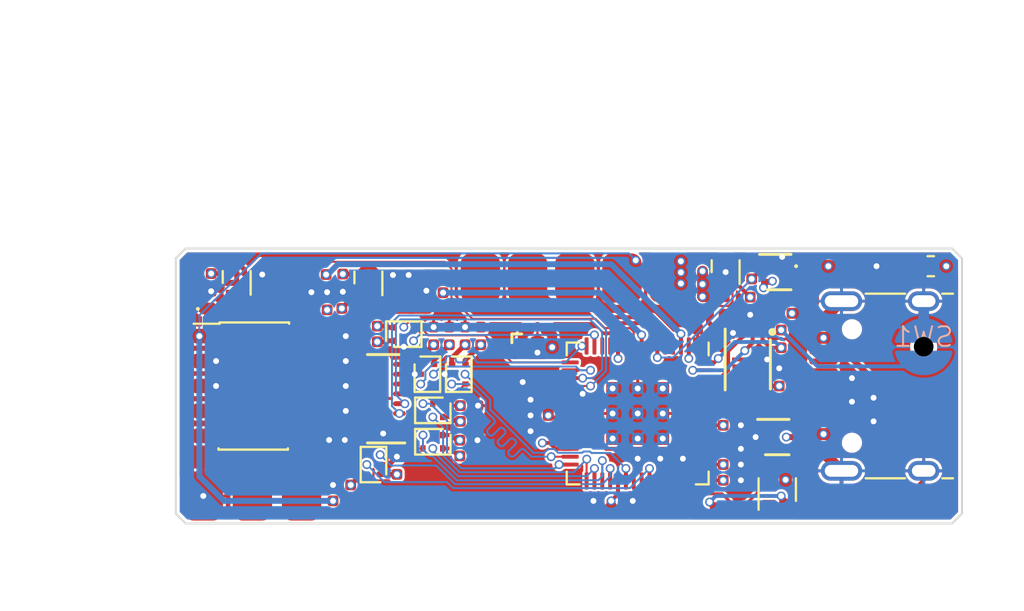
<source format=kicad_pcb>
(kicad_pcb (version 20240108) (generator "pcbnew") (generator_version "8.0")
  (layers (0 "F.Cu" signal) (1 "In1.Cu" signal) (2 "In2.Cu" signal) (31 "B.Cu" signal) (34 "B.Paste" user) (35 "F.Paste" user) (36 "B.SilkS" user "B.Silkscreen") (37 "F.SilkS" user "F.Silkscreen") (38 "B.Mask" user) (39 "F.Mask" user) (44 "Edge.Cuts" user))
  (net 0 "")
  (net 1 "Net-(D1-RK)")
  (net 2 "Net-(D1-GK)")
  (net 3 "Net-(D1-BK)")
  (net 4 "Net-(D3-A)")
  (net 5 "GND")
  (net 6 "+3.3V")
  (net 7 "+5V")
  (net 8 "FUSED_5V")
  (net 9 "VS_T")
  (net 10 "TRANS_VCC")
  (net 11 "T_VCC_MEAS")
  (net 12 "T_VCC")
  (net 13 "VS2_T")
  (net 14 "PROTECTED_5V")
  (net 15 "5V_KEY")
  (net 16 "GPIO1")
  (net 17 "GPIO2")
  (net 18 "5V_KEY_EN")
  (net 19 "PWM_VS")
  (net 20 "Net-(X10-CC1)")
  (net 21 "Net-(X10-CC2)")
  (net 22 "LED1")
  (net 23 "LED2")
  (net 24 "LED3")
  (net 25 "T_TDI")
  (net 26 "ADJ2_T")
  (net 27 "ADJ_T")
  (net 28 "Net-(XC1-Tri-State)")
  (net 29 "T_VCP_RX")
  (net 30 "T_SWDIO_TMS")
  (net 31 "T_SWDCLK_JCLK")
  (net 32 "T_SWO_TDO")
  (net 33 "T_VCP_TX")
  (net 34 "PWM2_VS")
  (net 35 "+1V1")
  (net 36 "Net-(C5-Pad1)")
  (net 37 "/D_P")
  (net 38 "/D_N")
  (net 39 "VCP_RX")
  (net 40 "Net-(R2-Pad2)")
  (net 41 "DIR_VCP_RX")
  (net 42 "VCP_TX")
  (net 43 "DIR_VCP_TX")
  (net 44 "~{RESET}")
  (net 45 "T_~{RESET}")
  (net 46 "T_GNDDetect")
  (net 47 "GNDDetect")
  (net 48 "SWO_TDO")
  (net 49 "Net-(Q1A-D1)")
  (net 50 "Net-(U3-~{CS})")
  (net 51 "P_SWDIO")
  (net 52 "Net-(U12-ADJ{slash}NC)")
  (net 53 "P_SWCLK")
  (net 54 "D_FS_P")
  (net 55 "TDI")
  (net 56 "SWDCLK_JCLK")
  (net 57 "DIR_TDI")
  (net 58 "SWDIO_TMS")
  (net 59 "DIR_SWDIO_TMS")
  (net 60 "D_FS_N")
  (net 61 "DIR_SWDCLK_JCLK")
  (net 62 "Net-(U1-B)")
  (net 63 "Net-(C23-Pad1)")
  (net 64 "Net-(U2-B)")
  (net 65 "Net-(U3-DO(IO1))")
  (net 66 "Net-(U3-IO2)")
  (net 67 "Net-(U3-DI(IO0))")
  (net 68 "Net-(U3-CLK)")
  (net 69 "Net-(U3-IO3)")
  (net 70 "DIR_SWO_TDO")
  (net 71 "T_VCC_EN")
  (net 72 "Net-(C29-Pad1)")
  (net 73 "Net-(U4-5A)")
  (net 74 "Net-(U4-6A)")
  (net 75 "Net-(U10-B)")
  (net 76 "Net-(U11-B)")
  (net 80 "Net-(U6-XIN)")
  (footprint "connectors:PinHeader_2x05_FTSH-105-01-L-DV-K" (layer "F.Cu") (at 152.5 86)
    (property "Reference" "X1" (hide yes))
    (property "Value" "Conn_ST_STDC14")
  )
  (footprint "connectors:USB_C_Receptacle_USB4105" (layer "F.Cu") (at 185.5 86 90)
    (property "Reference" "X10" (hide yes))
    (property "Value" "USB_C_Receptacle_USB2.0")
  )
  (footprint "dfn:DFN-16-1EP_1.6x4mm_P0.5mm" (layer "F.Cu") (at 159.052328 86.65 180)
    (property "Reference" "U4" (hide yes))
    (property "Value" "NUF8401MNT4G")
  )
  (footprint "passive:R_0402" (layer "F.Cu") (at 160.45 81.6 90)
    (property "Reference" "R29" (hide yes))
    (property "Value" "5.1k")
  )
  (footprint "connectors:pad_2.0x2.5mm" (layer "F.Cu") (at 164 80.5 180)
    (property "Reference" "J5" (hide yes))
    (property "Value" "Conn_01x01" (hide yes))
  )
  (footprint "passive:R_0402" (layer "F.Cu") (at 156.95 91.85)
    (property "Reference" "R9" (hide yes))
    (property "Value" "47k")
  )
  (footprint "passive:R_0402" (layer "F.Cu") (at 179.3 83.6 90)
    (property "Reference" "R2" (hide yes))
    (property "Value" "1k")
  )
  (footprint "qfn:RP2040-QFN-56" (layer "F.Cu") (at 172 87.4 -90)
    (property "Reference" "U6" (hide yes))
    (property "Value" "RP2040")
  )
  (footprint "passive:R_0402" (layer "F.Cu") (at 166.9 83.1 180)
    (property "Reference" "R17" (hide yes))
    (property "Value" "1k")
  )
  (footprint "Package_TO_SOT_SMD:SOT-886" (layer "F.Cu") (at 161.3 85.4)
    (property "Reference" "U10" (hide yes))
    (property "Value" "74LVC1T45GM,115")
  )
  (footprint "passive:C_0402" (layer "F.Cu") (at 172.2 92.2 180)
    (property "Reference" "C22" (hide yes))
    (property "Value" "0.1u")
  )
  (footprint "Diode_SMD:D_0402_1005Metric" (layer "F.Cu") (at 181.15 79.9)
    (property "Reference" "D2" (hide yes))
    (property "Value" "20V")
  )
  (footprint "passive:C_0402" (layer "F.Cu") (at 176.4 81.9 -90)
    (property "Reference" "C25" (hide yes))
    (property "Value" "2.2u")
  )
  (footprint "connectors:pad_2.0x2.5mm" (layer "F.Cu") (at 152.4 91.5)
    (property "Reference" "J2" (hide yes))
    (property "Value" "Conn_01x01" (hide yes))
  )
  (footprint "passive:C_0402" (layer "F.Cu") (at 163.217328 83.45 90)
    (property "Reference" "C13" (hide yes))
    (property "Value" "0.1u")
  )
  (footprint "passive:C_0402" (layer "F.Cu") (at 163.427328 87)
    (property "Reference" "C18" (hide yes))
    (property "Value" "0.1u")
  )
  (footprint "passive:R_0402" (layer "F.Cu") (at 154.55 81.675 90)
    (property "Reference" "R8" (hide yes))
    (property "Value" "5.1k")
  )
  (footprint "passive:R_0402" (layer "F.Cu") (at 158.15 91.8 90)
    (property "Reference" "R11" (hide yes))
    (property "Value" "47k")
  )
  (footprint "passive:C_0402" (layer "F.Cu") (at 156.95 91.04 180)
    (property "Reference" "C17" (hide yes))
    (property "Value" "0.1u")
  )
  (footprint "passive:R_0402" (layer "F.Cu") (at 159.55 80.8 -90)
    (property "Reference" "R13" (hide yes))
    (property "Value" "17.4k")
  )
  (footprint "kikit:Tab" (layer "F.Cu") (at 172 93 90)
    (property "Reference" "T2" (hide yes))
    (property "Value" "Tab")
  )
  (footprint "passive:C_0402" (layer "F.Cu") (at 167 86.7 180)
    (property "Reference" "C1" (hide yes))
    (property "Value" "0.1u")
  )
  (footprint "connectors:pad_2.0x2.5mm" (layer "F.Cu") (at 166.4 80.5)
    (property "Reference" "J7" (hide yes))
    (property "Value" "Conn_01x01" (hide yes))
  )
  (footprint "sot:SOT-563" (layer "F.Cu") (at 179.2 80.2)
    (property "Reference" "Q1" (hide yes))
    (property "Value" "NTZD3155C or CMLDM3757-TR-PBFREE or DMC2400UV-7 or DMG1016VQ-7" (hide yes))
  )
  (footprint "Package_TO_SOT_SMD:SOT-886" (layer "F.Cu") (at 161.577328 87.24 -90)
    (property "Reference" "U8" (hide yes))
    (property "Value" "74LVC1T45GM,115")
  )
  (footprint "passive:C_0402" (layer "F.Cu") (at 170.2 92.2 180)
    (property "Reference" "C3" (hide yes))
    (property "Value" "2.2u")
  )
  (footprint "passive:C_0402" (layer "F.Cu") (at 163.427328 87.8)
    (property "Reference" "C33" (hide yes))
    (property "Value" "0.1u")
  )
  (footprint "passive:R_0402" (layer "F.Cu") (at 153.7 81.675 -90)
    (property "Reference" "R16" (hide yes))
    (property "Value" "47k")
  )
  (footprint "passive:C_0402" (layer "F.Cu") (at 150.3 80.725 -90)
    (property "Reference" "C26" (hide yes))
    (property "Value" "2.2u")
  )
  (footprint "passive:C_0402" (layer "F.Cu") (at 177.725 81.925 -90)
    (property "Reference" "C24" (hide yes))
    (property "Value" "2.2u")
  )
  (footprint "passive:C_0402" (layer "F.Cu") (at 160.8 80.35 180)
    (property "Reference" "C23" (hide yes))
    (property "Value" "0.1u")
  )
  (footprint "passive:C_0402" (layer "F.Cu") (at 161.25 81.6 90)
    (property "Reference" "C28" (hide yes))
    (property "Value" "0.1u")
  )
  (footprint "passive:C_0402" (layer "F.Cu") (at 158.3 82.95 180)
    (property "Reference" "C16" (hide yes))
    (property "Value" "0.1u")
  )
  (footprint "passive:C_0402" (layer "F.Cu") (at 176.8 90.8)
    (property "Reference" "C6" (hide yes))
    (property "Value" "2.2u")
  )
  (footprint "Package_DFN_QFN:DFN-6-1EP_1.2x1.2mm_P0.4mm_EP0.3x0.94mm_PullBack" (layer "F.Cu") (at 158.3 80.775 90)
    (property "Reference" "U14" (hide yes))
    (property "Value" "NCP133AMXADJTCG" (hide yes))
  )
  (footprint "passive:C_0402" (layer "F.Cu") (at 161.617328 83.45 90)
    (property "Reference" "C35" (hide yes))
    (property "Value" "0.1u")
  )
  (footprint "connectors:pad_2.0x2.5mm" (layer "F.Cu") (at 171.2 80.5)
    (property "Reference" "J8" (hide yes))
    (property "Value" "Conn_01x01" (hide yes))
  )
  (footprint "passive:C_0402" (layer "F.Cu") (at 157 80.75 -90)
    (property "Reference" "C2" (hide yes))
    (property "Value" "2.2u")
  )
  (footprint "passive:C_0402" (layer "F.Cu") (at 149.5 80.725 90)
    (property "Reference" "C27" (hide yes))
    (property "Value" "2.2u")
  )
  (footprint "passive:R_0402" (layer "F.Cu") (at 185.1 91.8)
    (property "Reference" "R4" (hide yes))
    (property "Value" "5.1k")
  )
  (footprint "passive:C_0402" (layer "F.Cu") (at 156.2 81.675 90)
    (property "Reference" "C21" (hide yes))
    (property "Value" "2.2u")
  )
  (footprint "Package_TO_SOT_SMD:SOT-886" (layer "F.Cu") (at 162.9 85.4)
    (property "Reference" "U9" (hide yes))
    (property "Value" "74LVC1T45GM,115")
  )
  (footprint "LED_SMD:LED_LiteOn_LTST-C19HE1WT" (layer "F.Cu") (at 179.1 91.5 180)
    (property "Reference" "D1" (hide yes))
    (property "Value" "LTST-C19HE1WT")
  )
  (footprint "passive:C_0402" (layer "F.Cu") (at 176.8 89.2)
    (property "Reference" "C4" (hide yes))
    (property "Value" "2.2u")
  )
  (footprint "passive:R_0402" (layer "F.Cu") (at 152.45 82.075 180)
    (property "Reference" "R14" (hide yes))
    (property "Value" "47k")
  )
  (footprint "passive:C_0402" (layer "F.Cu") (at 158.3 83.75 180)
    (property "Reference" "C34" (hide yes))
    (property "Value" "0.1u")
  )
  (footprint "passive:R_0402" (layer "F.Cu") (at 175.6 81.9 90)
    (property "Reference" "R21" (hide yes))
    (property "Value" "47k")
  )
  (footprint "son:USON-8-3x2mm-EP" (layer "F.Cu") (at 177.6 84.65 -90)
    (property "Reference" "U3" (hide yes))
    (property "Value" "W25Q8")
  )
  (footprint "passive:R_0402" (layer "F.Cu") (at 175.5 83.1)
    (property "Reference" "R25" (hide yes))
    (property "Value" "15k")
  )
  (footprint "passive:R_0402" (layer "F.Cu") (at 152.9 80.775 -90)
    (property "Reference" "R15" (hide yes))
    (property "Value" "17.4k")
  )
  (footprint "passive:C_0402" (layer "F.Cu") (at 162.417328 83.45 90)
    (property "Reference" "C15" (hide yes))
    (property "Value" "0.1u")
  )
  (footprint "sot:SOT-563" (layer "F.Cu") (at 179.1 88.6)
    (property "Reference" "U7" (hide yes))
    (property "Value" "NUF2042XV6T1G")
  )
  (footprint "connectors:pad_2.0x2.5mm" (layer "F.Cu") (at 168.8 80.5)
    (property "Reference" "J9" (hide yes))
    (property "Value" "Conn_01x01" (hide yes))
  )
  (footprint "connectors:pad_2.0x2.5mm" (layer "F.Cu") (at 149.9 91.6)
    (property "Reference" "J1" (hide yes))
    (property "Value" "Conn_01x01" (hide yes))
  )
  (footprint "passive:R_0402" (layer "F.Cu") (at 156.7 87.27 180)
    (property "Reference" "R10" (hide yes))
    (property "Value" "1M")
  )
  (footprint "passive:C_0402" (layer "F.Cu") (at 159.75 90.05 90)
    (property "Reference" "C19" (hide yes))
    (property "Value" "0.1u")
  )
  (footprint "kikit:Tab" (layer "F.Cu") (at 172 79 -90)
    (property "Reference" "T1" (hide yes))
    (property "Value" "Tab")
  )
  (footprint "passive:R_0402" (layer "F.Cu") (at 156.7 84.73 180)
    (property "Reference" "R23" (hide yes))
    (property "Value" "1M")
  )
  (footprint "Package_DFN_QFN:DFN-6-1EP_1.2x1.2mm_P0.4mm_EP0.3x0.94mm_PullBack" (layer "F.Cu") (at 151.6 80.75 90)
    (property "Reference" "U13" (hide yes))
    (property "Value" "NCP133AMXADJTCG" (hide yes))
  )
  (footprint "Package_TO_SOT_SMD:SOT-886" (layer "F.Cu") (at 158.56 90 180)
    (property "Reference" "U1" (hide yes))
    (property "Value" "74LVC1T45GM,115")
  )
  (footprint "passive:R_0402" (layer "F.Cu") (at 173.85 92.2 180)
    (property "Reference" "R6" (hide yes))
    (property "Value" "1k")
  )
  (footprint "connectors:pad_2.0x2.5mm" (layer "F.Cu") (at 156.1 91.6)
    (property "Reference" "J3" (hide yes))
    (property "Value" "Conn_01x01" (hide yes))
  )
  (footprint "passive:R_0402" (layer "F.Cu") (at 177.1 92.2 180)
    (property "Reference" "R7" (hide yes))
    (property "Value" "1k")
  )
  (footprint "Package_TO_SOT_SMD:SOT-886" (layer "F.Cu") (at 160.1 83.36 90)
    (property "Reference" "U11" (hide yes))
    (property "Value" "74LVC1T45GM,115")
  )
  (footprint "passive:R_0402" (layer "F.Cu") (at 155.7 80.325)
    (property "Reference" "R1" (hide yes))
    (property "Value" "17.4k")
  )
  (footprint "passive:C_0402" (layer "F.Cu") (at 163.4 89.56)
    (property "Reference" "C31" (hide yes))
    (property "Value" "0.1u")
  )
  (footprint "passive:C_0402" (layer "F.Cu") (at 167 88.3 180)
    (property "Reference" "C10" (hide yes))
    (property "Value" "0.1u")
  )
  (footprint "passive:R_0402" (layer "F.Cu") (at 157.4 82.05 180)
    (property "Reference" "R12" (hide yes))
    (property "Value" "47k")
  )
  (footprint "passive:C_0402" (layer "F.Cu") (at 176.8 87.2)
    (property "Reference" "C7" (hide yes))
    (property "Value" "0.1u")
  )
  (footprint "passive:R_0402" (layer "F.Cu") (at 156.7 83.46 180)
    (property "Reference" "R22" (hide yes))
    (property "Value" "1M")
  )
  (footprint "passive:C_0402" (layer "F.Cu") (at 164.017328 83.45 90)
    (property "Reference" "C32" (hide yes))
    (property "Value" "0.1u")
  )
  (footprint "passive:C_0402" (layer "F.Cu") (at 163.4 88.76)
    (property "Reference" "C20" (hide yes))
    (property "Value" "0.1u")
  )
  (footprint "passive:C_0402" (layer "F.Cu") (at 176.8 90)
    (property "Reference" "C11" (hide yes))
    (property "Value" "0.1u")
  )
  (footprint "passive:C_0402" (layer "F.Cu") (at 179.2 85.55 90)
    (property "Reference" "C14" (hide yes))
    (property "Value" "0.1u")
  )
  (footprint "Diode_SMD:D_0402_1005Metric" (layer "F.Cu") (at 150.715 82.075)
    (property "Reference" "D3" (hide yes))
    (property "Value" "20V")
  )
  (footprint "passive:R_0402" (layer "F.Cu") (at 159.2 82.05)
    (property "Reference" "R27" (hide yes))
    (property "Value" "47k")
  )
  (footprint "passive:R_0402" (layer "F.Cu") (at 157.1 89.2 -90)
    (property "Reference" "R18" (hide yes))
    (property "Value" "1M")
  )
  (footprint "passive:R_0402" (layer "F.Cu") (at 179.4 81.5)
    (property "Reference" "R20" (hide yes))
    (property "Value" "5.1k")
  )
  (footprint "passive:C_0402" (layer "F.Cu") (at 155.4 81.675 90)
    (property "Reference" "C8" (hide yes))
    (property "Value" "0.1u")
  )
  (footprint "Fuse:Fuse_0603_1608Metric" (layer "F.Cu") (at 186.9125 79.9 180)
    (property "Reference" "F1" (hide yes))
    (property "Value" "Fuse_Small" (hide yes))
  )
  (footprint "passive:R_0402" (layer "F.Cu") (at 175.5 92.2 180)
    (property "Reference" "R5" (hide yes))
    (property "Value" "1k")
  )
  (footprint "Package_TO_SOT_SMD:SOT-886" (layer "F.Cu") (at 161.577328 88.84 -90)
    (property "Reference" "U2" (hide yes))
    (property "Value" "74LVC1T45GM,115")
  )
  (footprint "passive:R_0402" (layer "F.Cu") (at 177.8 80.1 -90)
    (property "Reference" "R19" (hide yes))
    (property "Value" "47k")
  )
  (footprint "passive:C_0402" (layer "F.Cu") (at 167 87.5 180)
    (property "Reference" "C9" (hide yes))
    (property "Value" "0.1u")
  )
  (footprint "crystals:Crystal_SMD_2520-4Pin_2.5x2.0mm" (layer "F.Cu") (at 166.9 84.9 -90)
    (property "Reference" "XC1" (hide yes))
    (property "Value" "12 MHz")
  )
  (footprint "passive:C_0402" (layer "F.Cu") (at 179.4 82.3 180)
    (property "Reference" "C30" (hide yes))
    (property "Value" "2.2u")
  )
  (footprint "passive:R_0402" (layer "F.Cu") (at 183.4 91.8 180)
    (property "Reference" "R3" (hide yes))
    (property "Value" "5.1k")
  )
  (footprint "passive:C_0402" (layer "F.Cu") (at 184.55 79.9 180)
    (property "Reference" "C29" (hide yes))
    (property "Value" "2.2u")
  )
  (footprint "Package_DFN_QFN:DFN-6-1EP_1.2x1.2mm_P0.4mm_EP0.3x0.94mm_PullBack" (layer "F.Cu") (at 176.475001 80.199999 90)
    (property "Reference" "U12" (hide yes))
    (property "Value" "NCP133AMXADJTCG")
  )
  (footprint "passive:C_0402" (layer "F.Cu") (at 154.1 80.325 180)
    (property "Reference" "C5" (hide yes))
    (property "Value" "0.1u")
  )
  (footprint "passive:R_0402" (layer "F.Cu") (at 182.9 79.9 180)
    (property "Reference" "FB1" (hide yes))
    (property "Value" "BLM15AX601SN1D")
  )
  (footprint "passive:R_0402" (layer "F.Cu") (at 156.3 89.2 -90)
    (property "Reference" "R26" (hide yes))
    (property "Value" "1M")
  )
  (footprint "passive:R_0402" (layer "F.Cu") (at 162.1 80.8 -90)
    (property "Reference" "R28" (hide yes))
    (property "Value" "17.4k")
  )
  (footprint "passive:C_0402" (layer "F.Cu") (at 176.8 88)
    (property "Reference" "C12" (hide yes))
    (property "Value" "0.1u")
  )
  (footprint "connectors:pad_2.0x2.5mm" (layer "F.Cu") (at 173.6 80.5 180)
    (property "Reference" "J6" (hide yes))
    (property "Value" "Conn_01x01" (hide yes))
  )
  (footprint "passive:R_0402" (layer "F.Cu") (at 156.7 86 180)
    (property "Reference" "R24" (hide yes))
    (property "Value" "1M")
  )
  (footprint "pushbuttons:PCB_JumperButton" (layer "B.Cu") (at 186.55 84 180)
    (property "Reference" "SW1")
    (property "Value" "EVQ-P2002W")
  )
  (gr_line (start 188 93) (end 149 93) (stroke (width 0.1)) (layer "Edge.Cuts"))
  (gr_line (start 148.5 92.5) (end 148.5 79.5) (stroke (width 0.1)) (layer "Edge.Cuts"))
  (gr_line (start 188.5 92.5) (end 188 93) (stroke (width 0.1)) (layer "Edge.Cuts"))
  (gr_line (start 149 79) (end 188 79) (stroke (width 0.1)) (layer "Edge.Cuts"))
  (gr_line (start 188 79) (end 188.5 79.5) (stroke (width 0.1)) (layer "Edge.Cuts"))
  (gr_line (start 148.5 92.5) (end 149 93) (stroke (width 0.1)) (layer "Edge.Cuts"))
  (gr_line (start 148.5 79.5) (end 149 79) (stroke (width 0.1)) (layer "Edge.Cuts"))
  (gr_line (start 188.5 79.5) (end 188.5 92.5) (stroke (width 0.1)) (layer "Edge.Cuts"))
  (segment (start 179.525 92.225) (end 179.525 91.825) (width 0.2) (layer "F.Cu") (net 1))
  (segment (start 179.525 91.825) (end 179.3 91.6) (width 0.2) (layer "F.Cu") (net 1))
  (segment (start 175.66 91.91) (end 175.95 92.2) (width 0.35) (layer "F.Cu") (net 1))
  (via (at 179.3 91.6) (size 0.45) (drill 0.3) (layers "F.Cu" "B.Cu") (net 1))
  (via (at 175.66 91.91) (size 0.45) (drill 0.3) (layers "F.Cu" "B.Cu") (net 1))
  (segment (start 179.3 91.6) (end 175.97 91.6) (width 0.2) (layer "B.Cu") (net 1))
  (segment (start 175.97 91.6) (end 175.66 91.91) (width 0.2) (layer "B.Cu") (net 1))
  (segment (start 178.275 92.725) (end 178.675 92.325) (width 0.15) (layer "F.Cu") (net 2))
  (segment (start 174.3 92.2) (end 174.825 92.725) (width 0.15) (layer "F.Cu") (net 2))
  (segment (start 178.675 92.325) (end 178.675 92.225) (width 0.15) (layer "F.Cu") (net 2))
  (segment (start 174.825 92.725) (end 178.275 92.725) (width 0.15) (layer "F.Cu") (net 2))
  (segment (start 177.55 91.98) (end 178.675 90.855) (width 0.15) (layer "F.Cu") (net 3))
  (segment (start 178.675 90.855) (end 178.675 90.775) (width 0.15) (layer "F.Cu") (net 3))
  (segment (start 177.55 92.2) (end 177.55 91.98) (width 0.15) (layer "F.Cu") (net 3))
  (segment (start 151.2 82.075) (end 151.2 81.225) (width 0.25) (layer "F.Cu") (net 4))
  (segment (start 157.425 80.775) (end 158.3 80.775) (width 0.3) (layer "F.Cu") (net 5))
  (segment (start 162.8 88.335) (end 163.425 88.335) (width 0.1) (layer "F.Cu") (net 5))
  (segment (start 161.617328 83) (end 162.417328 83) (width 0.35) (layer "F.Cu") (net 5))
  (segment (start 158.3 80.3) (end 158.3 80.775) (width 0.25) (layer "F.Cu") (net 5))
  (segment (start 153.65 80.325) (end 152.9 80.325) (width 0.55) (layer "F.Cu") (net 5))
  (segment (start 161.577328 88.4) (end 161.792328 88.185) (width 0.1) (layer "F.Cu") (net 5))
  (segment (start 182.37 91.22) (end 182.95 91.8) (width 0.2) (layer "F.Cu") (net 5))
  (segment (start 177.25 90.8) (end 177.25 90) (width 0.55) (layer "F.Cu") (net 5))
  (segment (start 161.577328 86.87) (end 161.872328 86.575) (width 0.1) (layer "F.Cu") (net 5))
  (segment (start 164.017328 83) (end 163.217328 83) (width 0.35) (layer "F.Cu") (net 5))
  (segment (start 178.5 79.7) (end 177.85 79.7) (width 0.3) (layer "F.Cu") (net 5))
  (segment (start 163.425 88.335) (end 163.85 88.76) (width 0.1) (layer "F.Cu") (net 5))
  (segment (start 179.075 79.7) (end 178.5 79.7) (width 0.3) (layer "F.Cu") (net 5))
  (segment (start 181.455 89.405) (end 182.37 90.32) (width 0.55) (layer "F.Cu") (net 5))
  (segment (start 163.85 88.76) (end 163.85 89.56) (width 0.35) (layer "F.Cu") (net 5))
  (segment (start 151.6 80.275) (end 151.6 80.75) (width 0.25) (layer "F.Cu") (net 5))
  (segment (start 150.725 80.75) (end 151.6 80.75) (width 0.3) (layer "F.Cu") (net 5))
  (segment (start 161.577328 88.5) (end 161.577328 88.4) (width 0.1) (layer "F.Cu") (net 5))
  (segment (start 181.455 82.75) (end 181.455 82.595) (width 0.55) (layer "F.Cu") (net 5))
  (segment (start 161.577328 86.9) (end 161.577328 86.87) (width 0.1) (layer "F.Cu") (net 5))
  (segment (start 179.35 79.425) (end 179.075 79.7) (width 0.3) (layer "F.Cu") (net 5))
  (segment (start 163.877328 87) (end 163.877328 87.8) (width 0.35) (layer "F.Cu") (net 5))
  (segment (start 182.37 90.32) (end 182.37 91.22) (width 0.2) (layer "F.Cu") (net 5))
  (segment (start 166.55 88.3) (end 166.55 87.5) (width 0.55) (layer "F.Cu") (net 5))
  (segment (start 150.3 81.175) (end 150.725 80.75) (width 0.3) (layer "F.Cu") (net 5))
  (segment (start 161.872328 86.575) (end 163.452328 86.575) (width 0.1) (layer "F.Cu") (net 5))
  (segment (start 162.65 88.185) (end 162.8 88.335) (width 0.1) (layer "F.Cu") (net 5))
  (segment (start 166.55 86.7) (end 166.55 87.5) (width 0.55) (layer "F.Cu") (net 5))
  (segment (start 157 81.2) (end 157.425 80.775) (width 0.3) (layer "F.Cu") (net 5))
  (segment (start 176.475001 79.724999) (end 176.475001 80.199999) (width 0.25) (layer "F.Cu") (net 5))
  (segment (start 160.1 83.7) (end 160.1 84) (width 0.25) (layer "F.Cu") (net 5))
  (segment (start 177.25 88) (end 177.25 87.2) (width 0.55) (layer "F.Cu") (net 5))
  (segment (start 177.85 79.7) (end 177.8 79.65) (width 0.3) (layer "F.Cu") (net 5))
  (segment (start 159.75 89.6) (end 159.35 90) (width 0.25) (layer "F.Cu") (net 5))
  (segment (start 171.75 91.85) (end 171.75 92.2) (width 0.45) (layer "F.Cu") (net 5))
  (segment (start 162.18 85.4) (end 162.56 85.4) (width 0.25) (layer "F.Cu") (net 5))
  (segment (start 177.6 84.65) (end 178.586101 84.65) (width 0.2) (layer "F.Cu") (net 5))
  (segment (start 168.5625 86.4) (end 169.2 86.4) (width 0.2) (layer "F.Cu") (net 5))
  (segment (start 178.586101 84.65) (end 178.58722 84.648881) (width 0.2) (layer "F.Cu") (net 5))
  (segment (start 186.55 90.8) (end 185.55 91.8) (width 0.2) (layer "F.Cu") (net 5))
  (segment (start 169.75 91.85) (end 169.75 92.2) (width 0.45) (layer "F.Cu") (net 5))
  (segment (start 181.455 82.595) (end 182.37 81.68) (width 0.55) (layer "F.Cu") (net 5))
  (segment (start 159.35 90) (end 158.9 90) (width 0.25) (layer "F.Cu") (net 5))
  (segment (start 177.25 89.2) (end 177.25 90) (width 0.55) (layer "F.Cu") (net 5))
  (segment (start 160.661088 85.4) (end 160.96 85.4) (width 0.25) (layer "F.Cu") (net 5))
  (segment (start 181.455 89.25) (end 181.455 89.405) (width 0.55) (layer "F.Cu") (net 5))
  (segment (start 178.4 88.6) (end 178 88.6) (width 0.3) (layer "F.Cu") (net 5))
  (segment (start 163.452328 86.575) (end 163.877328 87) (width 0.1) (layer "F.Cu") (net 5))
  (segment (start 161.792328 88.185) (end 162.65 88.185) (width 0.1) (layer "F.Cu") (net 5))
  (segment (start 186.55 90.32) (end 186.55 90.8) (width 0.2) (layer "F.Cu") (net 5))
  (via (at 184 87.8) (size 0.45) (drill 0.3) (layers "F.Cu" "B.Cu") (net 5))
  (via (at 160.35 80.35) (size 0.45) (drill 0.3) (layers "F.Cu" "B.Cu") (net 5))
  (via (at 157.15 86) (size 0.45) (drill 0.3) (layers "F.Cu" "B.Cu") (net 5))
  (via (at 178.58722 84.648881) (size 0.45) (drill 0.3) (layers "F.Cu" "B.Cu") (net 5))
  (via (at 169.2 86.4) (size 0.45) (drill 0.3) (layers "F.Cu" "B.Cu") (net 5))
  (via (at 173.15 89.7) (size 0.45) (drill 0.3) (layers "F.Cu" "B.Cu") (net 5))
  (via (at 157.15 84.73) (size 0.45) (drill 0.3) (layers "F.Cu" "B.Cu") (net 5))
  (via (at 166.55 86.7) (size 0.45) (drill 0.3) (layers "F.Cu" "B.Cu") (net 5))
  (via (at 150.55 84.73) (size 0.45) (drill 0.3) (layers "F.Cu" "B.Cu") (net 5))
  (via (at 172 89.7) (size 0.45) (drill 0.3) (layers "F.Cu" "B.Cu") (net 5))
  (via (at 179.35 79.425) (size 0.45) (drill 0.3) (layers "F.Cu" "B.Cu") (net 5))
  (via (at 166.15 85.8) (size 0.45) (drill 0.3) (layers "F.Cu" "B.Cu") (net 5))
  (via (at 177.25 89.2) (size 0.45) (drill 0.3) (layers "F.Cu" "B.Cu") (net 5))
  (via (at 160.661088 85.4) (size 0.45) (drill 0.3) (layers "F.Cu" "B.Cu") (net 5))
  (via (at 161.617328 83) (size 0.45) (drill 0.3) (layers "F.Cu" "B.Cu") (net 5))
  (via (at 177.25 88) (size 0.45) (drill 0.3) (layers "F.Cu" "B.Cu") (net 5))
  (via (at 182.9 86.8) (size 0.45) (drill 0.3) (layers "F.Cu" "B.Cu") (net 5))
  (via (at 161.25 81.15) (size 0.45) (drill 0.3) (layers "F.Cu" "B.Cu") (net 5))
  (via (at 162.18 85.4) (size 0.45) (drill 0.3) (layers "F.Cu" "B.Cu") (net 5))
  (via (at 176.475001 80.199999) (size 0.45) (drill 0.3) (layers "F.Cu" "B.Cu") (net 5))
  (via (at 149.9 91.6) (size 0.45) (drill 0.3) (layers "F.Cu" "B.Cu") (net 5))
  (via (at 177.25 90.8) (size 0.45) (drill 0.3) (layers "F.Cu" "B.Cu") (net 5))
  (via (at 156.5 91.04) (size 0.45) (drill 0.3) (layers "F.Cu" "B.Cu") (net 5))
  (via (at 155.4 81.225) (size 0.45) (drill 0.3) (layers "F.Cu" "B.Cu") (net 5))
  (via (at 163.217328 83) (size 0.45) (drill 0.3) (layers "F.Cu" "B.Cu") (net 5))
  (via (at 159.55 80.35) (size 0.45) (drill 0.3) (layers "F.Cu" "B.Cu") (net 5))
  (via (at 163.877328 87) (size 0.45) (drill 0.3) (layers "F.Cu" "B.Cu") (net 5))
  (via (at 178 88.6) (size 0.45) (drill 0.3) (layers "F.Cu" "B.Cu") (net 5))
  (via (at 177.25 90) (size 0.45) (drill 0.3) (layers "F.Cu" "B.Cu") (net 5))
  (via (at 166.9 84.3) (size 0.45) (drill 0.3) (layers "F.Cu" "B.Cu") (net 5))
  (via (at 166.55 87.5) (size 0.45) (drill 0.3) (layers "F.Cu" "B.Cu") (net 5))
  (via (at 157.1 88.75) (size 0.45) (drill 0.3) (layers "F.Cu" "B.Cu") (net 5))
  (via (at 163.85 88.76) (size 0.45) (drill 0.3) (layers "F.Cu" "B.Cu") (net 5))
  (via (at 150.55 86) (size 0.45) (drill 0.3) (layers "F.Cu" "B.Cu") (net 5))
  (via (at 184.15 79.9) (size 0.45) (drill 0.3) (layers "F.Cu" "B.Cu") (net 5))
  (via (at 157.15 87.27) (size 0.45) (drill 0.3) (layers "F.Cu" "B.Cu") (net 5))
  (via (at 182.9 85.6) (size 0.45) (drill 0.3) (layers "F.Cu" "B.Cu") (net 5))
  (via (at 166.55 88.3) (size 0.45) (drill 0.3) (layers "F.Cu" "B.Cu") (net 5))
  (via (at 157 81.2) (size 0.45) (drill 0.3) (layers "F.Cu" "B.Cu") (net 5))
  (via (at 169.75 91.85) (size 0.45) (drill 0.3) (layers "F.Cu" "B.Cu") (net 5))
  (via (at 157.15 83.46) (size 0.45) (drill 0.3) (layers "F.Cu" "B.Cu") (net 5))
  (via (at 179.2 85.1) (size 0.45) (drill 0.3) (layers "F.Cu" "B.Cu") (net 5))
  (via (at 156.3 88.75) (size 0.45) (drill 0.3) (layers "F.Cu" "B.Cu") (net 5))
  (via (at 160.1 84) (size 0.45) (drill 0.3) (layers "F.Cu" "B.Cu") (net 5))
  (via (at 156.2 81.225) (size 0.45) (drill 0.3) (layers "F.Cu" "B.Cu") (net 5))
  (via (at 159.05 88.42) (size 0.45) (drill 0.3) (layers "F.Cu" "B.Cu") (net 5))
  (via (at 184 86.6) (size 0.45) (drill 0.3) (layers "F.Cu" "B.Cu") (net 5))
  (via (at 174.3 89.7) (size 0.45) (drill 0.3) (layers "F.Cu" "B.Cu") (net 5))
  (via (at 177.725 82.375) (size 0.45) (drill 0.3) (layers "F.Cu" "B.Cu") (net 5))
  (via (at 176.85 83.3) (size 0.45) (drill 0.3) (layers "F.Cu" "B.Cu") (net 5))
  (via (at 159.75 89.6) (size 0.45) (drill 0.3) (layers "F.Cu" "B.Cu") (net 5))
  (via (at 150.3 81.175) (size 0.45) (drill 0.3) (layers "F.Cu" "B.Cu") (net 5))
  (via (at 152.9 80.325) (size 0.45) (drill 0.3) (layers "F.Cu" "B.Cu") (net 5))
  (via (at 171.75 91.85) (size 0.45) (drill 0.3) (layers "F.Cu" "B.Cu") (net 5))
  (segment (start 186.55 83) (end 186.55 81.68) (width 0.55) (layer "B.Cu") (net 5))
  (segment (start 167.15 88.9) (end 167.522254 88.9) (width 0.2) (layer "F.Cu") (net 6))
  (segment (start 175.4375 87.6) (end 175.4375 88) (width 0.2) (layer "F.Cu") (net 6))
  (segment (start 160.96 84.557328) (end 160.96 84.9) (width 0.25) (layer "F.Cu") (net 6))
  (segment (start 167.522254 88.9) (end 167.822254 89.2) (width 0.2) (layer "F.Cu") (net 6))
  (segment (start 171 83.9625) (end 171 84.6) (width 0.2) (layer "F.Cu") (net 6))
  (segment (start 178.35 86) (end 179.2 86) (width 0.25) (layer "F.Cu") (net 6))
  (segment (start 175.3 81.45) (end 175.3 80.15) (width 0.55) (layer "F.Cu") (net 6))
  (segment (start 176.35 90) (end 175.4375 90) (width 0.2) (layer "F.Cu") (net 6))
  (segment (start 167.45 86.7) (end 167.45 87.5) (width 0.55) (layer "F.Cu") (net 6))
  (segment (start 158.9 90.5) (end 159.75 90.5) (width 0.25) (layer "F.Cu") (net 6))
  (segment (start 158.75 83.75) (end 159.25 83.75) (width 0.25) (layer "F.Cu") (net 6))
  (segment (start 175.4375 89.6) (end 175.4375 90) (width 0.2) (layer "F.Cu") (net 6))
  (segment (start 176.4 81.45) (end 175.3 81.45) (width 0.55) (layer "F.Cu") (net 6))
  (segment (start 176.35 88) (end 175.4375 88) (width 0.2) (layer "F.Cu") (net 6))
  (segment (start 167.35 87.6) (end 168.5625 87.6) (width 0.2) (layer "F.Cu") (net 6))
  (segment (start 162.5 86.9) (end 162.077328 86.9) (width 0.2) (layer "F.Cu") (net 6))
  (segment (start 162.977328 87) (end 162.977328 86.96) (width 0.25) (layer "F.Cu") (net 6))
  (segment (start 162.95 88.76) (end 162.76 88.76) (width 0.2) (layer "F.Cu") (net 6))
  (segment (start 167.65 84.025) (end 167.65 83.4) (width 0.5) (layer "F.Cu") (net 6))
  (segment (start 162.5 88.5) (end 162.077328 88.5) (width 0.2) (layer "F.Cu") (net 6))
  (segment (start 159.25 83.75) (end 159.3 83.7) (width 0.25) (layer "F.Cu") (net 6))
  (segment (start 174.6 83.9625) (end 174.6 84.6) (width 0.2) (layer "F.Cu") (net 6))
  (segment (start 162.6 87) (end 162.5 86.9) (width 0.2) (layer "F.Cu") (net 6))
  (segment (start 167.822254 89.2) (end 168.5625 89.2) (width 0.2) (layer "F.Cu") (net 6))
  (segment (start 162.537328 84.58) (end 162.537328 84.9) (width 0.25) (layer "F.Cu") (net 6))
  (segment (start 162.977328 86.96) (end 162.917328 86.9) (width 0.25) (layer "F.Cu") (net 6))
  (segment (start 170.65 91.85) (end 171 91.5) (width 0.2) (layer "F.Cu") (net 6))
  (segment (start 175.4375 87.6) (end 175.2 87.6) (width 0.2) (layer "F.Cu") (net 6))
  (segment (start 171 91.5) (end 171 90.8375) (width 0.2) (layer "F.Cu") (net 6))
  (segment (start 167.65 83.4) (end 167.35 83.1) (width 0.5) (layer "F.Cu") (net 6))
  (segment (start 170.65 91.85) (end 170.65 92.2) (width 0.45) (layer "F.Cu") (net 6))
  (segment (start 176.35 90.8) (end 174.6 90.8) (width 0.2) (layer "F.Cu") (net 6))
  (segment (start 162.977328 87) (end 162.6 87) (width 0.2) (layer "F.Cu") (net 6))
  (segment (start 161.617328 83.9) (end 160.96 84.557328) (width 0.25) (layer "F.Cu") (net 6))
  (segment (start 163.217328 83.9) (end 162.537328 84.58) (width 0.25) (layer "F.Cu") (net 6))
  (segment (start 162.76 88.76) (end 162.5 88.5) (width 0.2) (layer "F.Cu") (net 6))
  (segment (start 159.3 83.7) (end 159.6 83.7) (width 0.25) (layer "F.Cu") (net 6))
  (via (at 159.75 90.5) (size 0.45) (drill 0.3) (layers "F.Cu" "B.Cu") (net 6))
  (via (at 176.35 90.8) (size 0.45) (drill 0.3) (layers "F.Cu" "B.Cu") (net 6))
  (via (at 176.35 90) (size 0.45) (drill 0.3) (layers "F.Cu" "B.Cu") (net 6))
  (via (at 176.35 88) (size 0.45) (drill 0.3) (layers "F.Cu" "B.Cu") (net 6))
  (via (at 174.6 84.6) (size 0.45) (drill 0.3) (layers "F.Cu" "B.Cu") (net 6))
  (via (at 167.15 88.9) (size 0.45) (drill 0.3) (layers "F.Cu" "B.Cu") (net 6))
  (via (at 167.45 87.5) (size 0.45) (drill 0.3) (layers "F.Cu" "B.Cu") (net 6))
  (via (at 179.2 86) (size 0.45) (drill 0.3) (layers "F.Cu" "B.Cu") (net 6))
  (via (at 161.617328 83.9) (size 0.45) (drill 0.3) (layers "F.Cu" "B.Cu") (net 6))
  (via (at 171 84.6) (size 0.45) (drill 0.3) (layers "F.Cu" "B.Cu") (net 6))
  (via (at 162.95 88.76) (size 0.45) (drill 0.3) (layers "F.Cu" "B.Cu") (net 6))
  (via (at 179.525 90.775) (size 0.45) (drill 0.3) (layers "F.Cu" "B.Cu") (net 6))
  (via (at 170.65 91.85) (size 0.45) (drill 0.3) (layers "F.Cu" "B.Cu") (net 6))
  (via (at 158.75 83.75) (size 0.45) (drill 0.3) (layers "F.Cu" "B.Cu") (net 6))
  (via (at 163.217328 83.9) (size 0.45) (drill 0.3) (layers "F.Cu" "B.Cu") (net 6))
  (via (at 162.977328 87) (size 0.45) (drill 0.3) (layers "F.Cu" "B.Cu") (net 6))
  (via (at 175.3 80.816666) (size 0.45) (drill 0.3) (layers "F.Cu" "B.Cu") (net 6))
  (via (at 167.65 84.025) (size 0.45) (drill 0.3) (layers "F.Cu" "B.Cu") (net 6))
  (via (at 175.3 80.15) (size 0.45) (drill 0.3) (layers "F.Cu" "B.Cu") (net 6))
  (via (at 175.3 81.45) (size 0.45) (drill 0.3) (layers "F.Cu" "B.Cu") (net 6))
  (segment (start 179.55999 88.6) (end 179.8 88.6) (width 0.3) (layer "F.Cu") (net 7))
  (via (at 187.7 79.9) (size 0.45) (drill 0.3) (layers "F.Cu" "B.Cu") (net 7))
  (via (at 181.455 88.45) (size 0.45) (drill 0.3) (layers "F.Cu" "B.Cu") (net 7))
  (via (at 181.455 83.55) (size 0.45) (drill 0.3) (layers "F.Cu" "B.Cu") (net 7))
  (via (at 179.55999 88.6) (size 0.45) (drill 0.3) (layers "F.Cu" "B.Cu") (net 7))
  (segment (start 176.875001 80.674999) (end 177.175001 80.674999) (width 0.2) (layer "F.Cu") (net 8))
  (segment (start 151.795 79.875) (end 151.44168 79.875) (width 0.25) (layer "F.Cu") (net 8))
  (segment (start 152 80.275) (end 152 80.08) (width 0.25) (layer "F.Cu") (net 8))
  (segment (start 176.675 79.399999) (end 176.275002 79.399999) (width 0.2) (layer "F.Cu") (net 8))
  (segment (start 158.50832 79.95) (end 158.7 80.14168) (width 0.25) (layer "F.Cu") (net 8))
  (segment (start 158.995 80.4) (end 158.995 81.15) (width 0.25) (layer "F.Cu") (net 8))
  (segment (start 177.175001 80.925001) (end 177.175001 79.9) (width 0.2) (layer "F.Cu") (net 8))
  (segment (start 157.9 80.3) (end 157 80.3) (width 0.25) (layer "F.Cu") (net 8))
  (segment (start 151.2 80.11668) (end 151.2 80.275) (width 0.25) (layer "F.Cu") (net 8))
  (segment (start 150.3 80.275) (end 151.2 80.275) (width 0.25) (layer "F.Cu") (net 8))
  (segment (start 181.635 80.565) (end 181.635 79.9) (width 0.55) (layer "F.Cu") (net 8))
  (segment (start 179.85 82.3) (end 180.4 82.3) (width 0.55) (layer "F.Cu") (net 8))
  (segment (start 157.9 80.3) (end 157.9 80.14168) (width 0.25) (layer "F.Cu") (net 8))
  (segment (start 176.275002 79.399999) (end 176.075001 79.6) (width 0.2) (layer "F.Cu") (net 8))
  (segment (start 176.075001 79.6) (end 176.075001 79.724999) (width 0.2) (layer "F.Cu") (net 8))
  (segment (start 158.895 81.25) (end 158.7 81.25) (width 0.25) (layer "F.Cu") (net 8))
  (segment (start 152 80.08) (end 151.795 79.875) (width 0.25) (layer "F.Cu") (net 8))
  (segment (start 151.44168 79.875) (end 151.2 80.11668) (width 0.25) (layer "F.Cu") (net 8))
  (segment (start 158.995 81.15) (end 158.895 81.25) (width 0.25) (layer "F.Cu") (net 8))
  (segment (start 177.175001 79.9) (end 176.675 79.399999) (width 0.2) (layer "F.Cu") (net 8))
  (segment (start 182.45 79.9) (end 181.635 79.9) (width 0.55) (layer "F.Cu") (net 8))
  (segment (start 158.895 80.3) (end 158.995 80.4) (width 0.25) (layer "F.Cu") (net 8))
  (segment (start 157.9 80.14168) (end 158.09168 79.95) (width 0.25) (layer "F.Cu") (net 8))
  (segment (start 158.7 80.3) (end 158.895 80.3) (width 0.25) (layer "F.Cu") (net 8))
  (segment (start 180.945 81.255) (end 181.635 80.565) (width 0.55) (layer "F.Cu") (net 8))
  (segment (start 158.09168 79.95) (end 158.50832 79.95) (width 0.25) (layer "F.Cu") (net 8))
  (segment (start 180.945 81.755) (end 180.945 81.255) (width 0.55) (layer "F.Cu") (net 8))
  (segment (start 177.725 81.475) (end 177.175001 80.925001) (width 0.2) (layer "F.Cu") (net 8))
  (segment (start 180.4 82.3) (end 180.945 81.755) (width 0.55) (layer "F.Cu") (net 8))
  (segment (start 158.7 80.14168) (end 158.7 80.3) (width 0.25) (layer "F.Cu") (net 8))
  (via (at 157 80.3) (size 0.45) (drill 0.3) (layers "F.Cu" "B.Cu") (net 8))
  (via (at 177.725 81.475) (size 0.45) (drill 0.3) (layers "F.Cu" "B.Cu") (net 8))
  (via (at 150.3 80.275) (size 0.45) (drill 0.3) (layers "F.Cu" "B.Cu") (net 8))
  (via (at 181.7 79.9) (size 0.45) (drill 0.3) (layers "F.Cu" "B.Cu") (net 8))
  (via (at 179.85 82.3) (size 0.45) (drill 0.3) (layers "F.Cu" "B.Cu") (net 8))
  (segment (start 154.5 82.125) (end 155.3 82.125) (width 0.55) (layer "F.Cu") (net 9))
  (segment (start 153.7 82.125) (end 154.5 82.125) (width 0.55) (layer "F.Cu") (net 9))
  (segment (start 161.64 84.677328) (end 161.64 84.9) (width 0.25) (layer "F.Cu") (net 10))
  (segment (start 163.217328 84.7) (end 163.217328 84.9) (width 0.25) (layer "F.Cu") (net 10))
  (segment (start 161.64 84.9) (end 161.617328 84.9) (width 0.25) (layer "F.Cu") (net 10))
  (segment (start 159.25 82.95) (end 158.75 82.95) (width 0.25) (layer "F.Cu") (net 10))
  (segment (start 164.017328 83.9) (end 163.217328 84.7) (width 0.25) (layer "F.Cu") (net 10))
  (segment (start 162.95 89.56) (end 162.86 89.56) (width 0.2) (layer "F.Cu") (net 10))
  (segment (start 162.5 87.58) (end 162.077328 87.58) (width 0.2) (layer "F.Cu") (net 10))
  (segment (start 162.86 89.56) (end 162.48 89.18) (width 0.2) (layer "F.Cu") (net 10))
  (segment (start 157.9 81.25) (end 157.75 81.25) (width 0.25) (layer "F.Cu") (net 10))
  (segment (start 162.977328 87.8) (end 162.72 87.8) (width 0.2) (layer "F.Cu") (net 10))
  (segment (start 157.4 91.04) (end 157.94 90.5) (width 0.25) (layer "F.Cu") (net 10))
  (segment (start 157.94 90.5) (end 158.22 90.5) (width 0.25) (layer "F.Cu") (net 10))
  (segment (start 159.32 83.02) (end 159.25 82.95) (width 0.25) (layer "F.Cu") (net 10))
  (segment (start 162.859274 89.469274) (end 162.95 89.56) (width 0.25) (layer "F.Cu") (net 10))
  (segment (start 159.6 83.02) (end 159.32 83.02) (width 0.25) (layer "F.Cu") (net 10))
  (segment (start 157.75 81.25) (end 156.95 82.05) (width 0.25) (layer "F.Cu") (net 10))
  (segment (start 162.417328 83.9) (end 161.64 84.677328) (width 0.25) (layer "F.Cu") (net 10))
  (segment (start 162.72 87.8) (end 162.5 87.58) (width 0.2) (layer "F.Cu") (net 10))
  (segment (start 162.48 89.18) (end 162.077328 89.18) (width 0.2) (layer "F.Cu") (net 10))
  (via (at 158.75 82.95) (size 0.45) (drill 0.3) (layers "F.Cu" "B.Cu") (net 10))
  (via (at 162.95 89.56) (size 0.45) (drill 0.3) (layers "F.Cu" "B.Cu") (net 10))
  (via (at 162.417328 83.9) (size 0.45) (drill 0.3) (layers "F.Cu" "B.Cu") (net 10))
  (via (at 164.017328 83.9) (size 0.45) (drill 0.3) (layers "F.Cu" "B.Cu") (net 10))
  (via (at 156.2 82.125) (size 0.45) (drill 0.3) (layers "F.Cu" "B.Cu") (net 10))
  (via (at 157.4 91.04) (size 0.45) (drill 0.3) (layers "F.Cu" "B.Cu") (net 10))
  (via (at 156.95 82.05) (size 0.45) (drill 0.3) (layers "F.Cu" "B.Cu") (net 10))
  (via (at 162.977328 87.8) (size 0.45) (drill 0.3) (layers "F.Cu" "B.Cu") (net 10))
  (segment (start 158.575 92.675) (end 172.175 92.675) (width 0.2) (layer "F.Cu") (net 11))
  (segment (start 172.925 91.918892) (end 173 91.843892) (width 0.2) (layer "F.Cu") (net 11))
  (segment (start 173 91.843892) (end 173 90.8375) (width 0.2) (layer "F.Cu") (net 11))
  (segment (start 158.15 92.25) (end 158.575 92.675) (width 0.2) (layer "F.Cu") (net 11))
  (segment (start 172.65 92.275) (end 172.65 92.2) (width 0.2) (layer "F.Cu") (net 11))
  (segment (start 172.65 92.2) (end 172.925 91.925) (width 0.2) (layer "F.Cu") (net 11))
  (segment (start 157.4 91.85) (end 157.8 92.25) (width 0.55) (layer "F.Cu") (net 11))
  (segment (start 172.175 92.675) (end 172.65 92.2) (width 0.2) (layer "F.Cu") (net 11))
  (segment (start 157.8 92.25) (end 158.15 92.25) (width 0.55) (layer "F.Cu") (net 11))
  (segment (start 173 90.8375) (end 173 91.22994) (width 0.2) (layer "F.Cu") (net 11))
  (segment (start 172.925 91.925) (end 172.925 91.918892) (width 0.2) (layer "F.Cu") (net 11))
  (segment (start 150.23 82.075) (end 150.23 83.14) (width 0.55) (layer "F.Cu") (net 12))
  (segment (start 149.5 81.639999) (end 149.5 81.175) (width 0.55) (layer "F.Cu") (net 12))
  (segment (start 150.75 82.595) (end 150.23 82.075) (width 0.2) (layer "F.Cu") (net 12))
  (segment (start 152 82.075) (end 152 82.090528) (width 0.2) (layer "F.Cu") (net 12))
  (segment (start 152 82.090528) (end 151.495528 82.595) (width 0.2) (layer "F.Cu") (net 12))
  (segment (start 150.23 82.075) (end 149.935001 82.075) (width 0.55) (layer "F.Cu") (net 12))
  (segment (start 151.495528 82.595) (end 150.75 82.595) (width 0.2) (layer "F.Cu") (net 12))
  (segment (start 149.935001 82.075) (end 149.5 81.639999) (width 0.55) (layer "F.Cu") (net 12))
  (via (at 171.9 79.6) (size 0.45) (drill 0.3) (layers "F.Cu" "B.Cu") (net 12))
  (via (at 156.5 91.85) (size 0.45) (drill 0.3) (layers "F.Cu" "B.Cu") (net 12))
  (via (at 149.7 83.46) (size 0.45) (drill 0.3) (layers "F.Cu" "B.Cu") (net 12))
  (segment (start 150.461544 81.64) (end 150.46 81.64) (width 0.1) (layer "B.Cu") (net 12))
  (segment (start 150.46 81.64) (end 149.7 82.4) (width 0.1) (layer "B.Cu") (net 12))
  (segment (start 152.85 79.25) (end 150.69 81.41) (width 0.1) (layer "B.Cu") (net 12))
  (segment (start 149.7 90.6) (end 150.95 91.85) (width 0.3) (layer "B.Cu") (net 12))
  (segment (start 171.9 79.6) (end 171.55 79.25) (width 0.1) (layer "B.Cu") (net 12))
  (segment (start 150.95 91.85) (end 156.5 91.85) (width 0.3) (layer "B.Cu") (net 12))
  (segment (start 171.55 79.25) (end 152.85 79.25) (width 0.1) (layer "B.Cu") (net 12))
  (segment (start 150.69 81.41) (end 150.69 81.411544) (width 0.1) (layer "B.Cu") (net 12))
  (segment (start 150.69 81.411544) (end 150.461544 81.64) (width 0.1) (layer "B.Cu") (net 12))
  (segment (start 149.7 82.4) (end 149.7 83.46) (width 0.1) (layer "B.Cu") (net 12))
  (segment (start 149.7 83.46) (end 149.7 90.6) (width 0.3) (layer "B.Cu") (net 12))
  (segment (start 160.45 82.05) (end 161.25 82.05) (width 0.55) (layer "F.Cu") (net 13))
  (segment (start 159.65 82.05) (end 160.45 82.05) (width 0.55) (layer "F.Cu") (net 13))
  (segment (start 179.9 81) (end 179.9 80.7) (width 0.25) (layer "F.Cu") (net 14))
  (segment (start 180.665 80.435) (end 180.4 80.7) (width 0.3) (layer "F.Cu") (net 14))
  (segment (start 179.85 81.5) (end 179.85 81.05) (width 0.25) (layer "F.Cu") (net 14))
  (segment (start 180.665 79.9) (end 180.665 80.435) (width 0.3) (layer "F.Cu") (net 14))
  (segment (start 179.85 81.05) (end 179.9 81) (width 0.25) (layer "F.Cu") (net 14))
  (segment (start 180.4 80.7) (end 179.9 80.7) (width 0.3) (layer "F.Cu") (net 14))
  (segment (start 178.5 80.9) (end 178.4 81) (width 0.25) (layer "F.Cu") (net 15))
  (segment (start 178.852002 80.660998) (end 178.813 80.7) (width 0.25) (layer "F.Cu") (net 15))
  (segment (start 178.813 80.7) (end 178.5 80.7) (width 0.25) (layer "F.Cu") (net 15))
  (via (at 174.2 80.215003) (size 0.45) (drill 0.3) (layers "F.Cu" "B.Cu") (net 15))
  (via (at 174.2 79.65) (size 0.45) (drill 0.3) (layers "F.Cu" "B.Cu") (net 15))
  (via (at 178.4 81) (size 0.45) (drill 0.3) (layers "F.Cu" "B.Cu") (net 15))
  (via (at 178.852002 80.660998) (size 0.45) (drill 0.3) (layers "F.Cu" "B.Cu") (net 15))
  (via (at 174.2 80.780006) (size 0.45) (drill 0.3) (layers "F.Cu" "B.Cu") (net 15))
  (segment (start 168.8 80.75) (end 168.8 80.5) (width 0.2) (layer "F.Cu") (net 16))
  (segment (start 173.8 83.545796) (end 172.754204 82.5) (width 0.2) (layer "F.Cu") (net 16))
  (segment (start 170.55 82.5) (end 168.8 80.75) (width 0.2) (layer "F.Cu") (net 16))
  (segment (start 172.754204 82.5) (end 170.55 82.5) (width 0.2) (layer "F.Cu") (net 16))
  (segment (start 173.8 83.9625) (end 173.8 83.545796) (width 0.2) (layer "F.Cu") (net 16))
  (segment (start 169.625736 82) (end 167.9 82) (width 0.2) (layer "F.Cu") (net 17))
  (segment (start 173.4 83.57006) (end 172.62994 82.8) (width 0.2) (layer "F.Cu") (net 17))
  (segment (start 172.62994 82.8) (end 170.425736 82.8) (width 0.2) (layer "F.Cu") (net 17))
  (segment (start 170.425736 82.8) (end 169.625736 82) (width 0.2) (layer "F.Cu") (net 17))
  (segment (start 167.9 82) (end 166.4 80.5) (width 0.2) (layer "F.Cu") (net 17))
  (segment (start 173.4 83.9625) (end 173.4 83.57006) (width 0.2) (layer "F.Cu") (net 17))
  (segment (start 177.8 80.55) (end 178.15 80.2) (width 0.2) (layer "F.Cu") (net 18))
  (segment (start 178.15 80.2) (end 178.5 80.2) (width 0.2) (layer "F.Cu") (net 18))
  (segment (start 177.8 80.55) (end 177.8 80.55) (width 0.2) (layer "F.Cu") (net 18))
  (segment (start 173 84.55) (end 173 83.9625) (width 0.2) (layer "F.Cu") (net 18))
  (via (at 177.8 80.55) (size 0.45) (drill 0.3) (layers "F.Cu" "B.Cu") (net 18))
  (via (at 173 84.55) (size 0.45) (drill 0.3) (layers "F.Cu" "B.Cu") (net 18))
  (segment (start 173.8 84.55) (end 177.8 80.55) (width 0.1) (layer "B.Cu") (net 18))
  (segment (start 173 84.55) (end 173.8 84.55) (width 0.1) (layer "B.Cu") (net 18))
  (segment (start 174.2 83.9625) (end 174.2 83.35) (width 0.2) (layer "F.Cu") (net 19))
  (via (at 174.2 83.35) (size 0.45) (drill 0.3) (layers "F.Cu" "B.Cu") (net 19))
  (via (at 156.15 80.325) (size 0.45) (drill 0.3) (layers "F.Cu" "B.Cu") (net 19))
  (segment (start 174.2 83.35) (end 170.65 79.8) (width 0.3) (layer "B.Cu") (net 19))
  (segment (start 170.65 79.8) (end 156.75 79.8) (width 0.3) (layer "B.Cu") (net 19))
  (segment (start 156.75 79.8) (end 156.15 80.4) (width 0.3) (layer "B.Cu") (net 19))
  (segment (start 183.85 91.8) (end 183.85 88.55) (width 0.3) (layer "F.Cu") (net 20))
  (segment (start 182.55 87.25) (end 181.455 87.25) (width 0.3) (layer "F.Cu") (net 20))
  (segment (start 183.85 88.55) (end 182.55 87.25) (width 0.3) (layer "F.Cu") (net 20))
  (segment (start 184.65 86.355) (end 182.545 84.25) (width 0.3) (layer "F.Cu") (net 21))
  (segment (start 184.65 91.8) (end 184.65 86.355) (width 0.3) (layer "F.Cu") (net 21))
  (segment (start 182.545 84.25) (end 181.455 84.25) (width 0.3) (layer "F.Cu") (net 21))
  (segment (start 174.6 91.75) (end 174.05 91.75) (width 0.15) (layer "F.Cu") (net 22))
  (segment (start 174.05 91.75) (end 173.8 91.5) (width 0.15) (layer "F.Cu") (net 22))
  (segment (start 175.05 92.2) (end 174.6 91.75) (width 0.15) (layer "F.Cu") (net 22))
  (segment (start 173.8 91.5) (end 173.8 90.8375) (width 0.15) (layer "F.Cu") (net 22))
  (segment (start 173.4 92.2) (end 173.4 90.8375) (width 0.15) (layer "F.Cu") (net 23))
  (segment (start 174.2 91.392158) (end 174.297842 91.49) (width 0.15) (layer "F.Cu") (net 24))
  (segment (start 174.297842 91.49) (end 176.29 91.49) (width 0.15) (layer "F.Cu") (net 24))
  (segment (start 174.2 90.8375) (end 174.2 91.392158) (width 0.15) (layer "F.Cu") (net 24))
  (segment (start 176.29 91.49) (end 176.65 91.85) (width 0.15) (layer "F.Cu") (net 24))
  (segment (start 176.65 91.85) (end 176.65 92.2) (width 0.15) (layer "F.Cu") (net 24))
  (segment (start 156.25 87.169167) (end 156.25 87.27) (width 0.1) (layer "F.Cu") (net 25))
  (segment (start 157.567698 86.6) (end 157.767698 86.4) (width 0.1) (layer "F.Cu") (net 25))
  (segment (start 156.92 86.6) (end 157.567698 86.6) (width 0.1) (layer "F.Cu") (net 25))
  (segment (start 156.25 87.27) (end 154.45 87.27) (width 0.5) (layer "F.Cu") (net 25))
  (segment (start 156.25 87.27) (end 156.92 86.6) (width 0.1) (layer "F.Cu") (net 25))
  (segment (start 157.767698 86.4) (end 158.227328 86.4) (width 0.1) (layer "F.Cu") (net 25))
  (segment (start 158.3 82.05) (end 158.3 81.25) (width 0.25) (layer "F.Cu") (net 26))
  (segment (start 159.6 81.25) (end 159.55 81.25) (width 0.25) (layer "F.Cu") (net 26))
  (segment (start 157.85 82.05) (end 158.75 82.05) (width 0.55) (layer "F.Cu") (net 26))
  (segment (start 159.55 81.25) (end 158.75 82.05) (width 0.35) (layer "F.Cu") (net 26))
  (segment (start 152.9 81.225) (end 152.9 81.575) (width 0.55) (layer "F.Cu") (net 27))
  (segment (start 151.825001 81.575) (end 152.9 81.575) (width 0.1) (layer "F.Cu") (net 27))
  (segment (start 152.9 81.575) (end 152.9 82.075) (width 0.55) (layer "F.Cu") (net 27))
  (segment (start 151.6 81.225) (end 151.6 81.349999) (width 0.1) (layer "F.Cu") (net 27))
  (segment (start 153.7 81.225) (end 152.9 81.225) (width 0.55) (layer "F.Cu") (net 27))
  (segment (start 151.6 81.349999) (end 151.825001 81.575) (width 0.1) (layer "F.Cu") (net 27))
  (segment (start 166.15 83.4) (end 166.45 83.1) (width 0.5) (layer "F.Cu") (net 28))
  (segment (start 166.15 84) (end 166.15 83.4) (width 0.5) (layer "F.Cu") (net 28))
  (segment (start 154.9 91.6) (end 156.1 90.4) (width 0.25) (layer "F.Cu") (net 29))
  (segment (start 158.227328 88.672672) (end 157.25 89.65) (width 0.1) (layer "F.Cu") (net 29))
  (segment (start 155.1 91.4) (end 155.35 91.4) (width 0.1) (layer "F.Cu") (net 29))
  (segment (start 158.227328 88.4) (end 158.227328 88.672672) (width 0.1) (layer "F.Cu") (net 29))
  (segment (start 156.35 90.4) (end 157.1 89.65) (width 0.25) (layer "F.Cu") (net 29))
  (segment (start 156.1 90.4) (end 156.35 90.4) (width 0.25) (layer "F.Cu") (net 29))
  (segment (start 154.9 91.6) (end 155.1 91.4) (width 0.1) (layer "F.Cu") (net 29))
  (segment (start 157.25 89.65) (end 157.1 89.65) (width 0.1) (layer "F.Cu") (net 29))
  (segment (start 156.25 83.46) (end 156.99 84.2) (width 0.1) (layer "F.Cu") (net 30))
  (segment (start 156.99 84.2) (end 157.527328 84.2) (width 0.1) (layer "F.Cu") (net 30))
  (segment (start 157.527328 84.2) (end 158.227328 84.9) (width 0.1) (layer "F.Cu") (net 30))
  (segment (start 156.25 83.46) (end 154.45 83.46) (width 0.5) (layer "F.Cu") (net 30))
  (segment (start 157.7 85.4) (end 158.227328 85.4) (width 0.1) (layer "F.Cu") (net 31))
  (segment (start 156.25 84.73) (end 156.675 85.155) (width 0.1) (layer "F.Cu") (net 31))
  (segment (start 156.25 84.73) (end 154.45 84.73) (width 0.5) (layer "F.Cu") (net 31))
  (segment (start 157.455 85.155) (end 157.7 85.4) (width 0.1) (layer "F.Cu") (net 31))
  (segment (start 156.675 85.155) (end 157.455 85.155) (width 0.1) (layer "F.Cu") (net 31))
  (segment (start 157.475 85.575) (end 157.8 85.9) (width 0.1) (layer "F.Cu") (net 32))
  (segment (start 157.8 85.9) (end 158.227328 85.9) (width 0.1) (layer "F.Cu") (net 32))
  (segment (start 156.25 86) (end 154.45 86) (width 0.5) (layer "F.Cu") (net 32))
  (segment (start 156.675 85.575) (end 157.475 85.575) (width 0.1) (layer "F.Cu") (net 32))
  (segment (start 156.25 86) (end 156.675 85.575) (width 0.1) (layer "F.Cu") (net 32))
  (segment (start 158.227328 87.9) (end 157.902329 87.9) (width 0.1) (layer "F.Cu") (net 33))
  (segment (start 157.7 88.102329) (end 157.7 88.835396) (width 0.1) (layer "F.Cu") (net 33))
  (segment (start 156.725 89.225) (end 156.3 89.65) (width 0.1) (layer "F.Cu") (net 33))
  (segment (start 154.15 89.65) (end 152.4 91.4) (width 0.25) (layer "F.Cu") (net 33))
  (segment (start 157.902329 87.9) (end 157.7 88.102329) (width 0.1) (layer "F.Cu") (net 33))
  (segment (start 157.7 88.835396) (end 157.310396 89.225) (width 0.1) (layer "F.Cu") (net 33))
  (segment (start 157.310396 89.225) (end 156.725 89.225) (width 0.1) (layer "F.Cu") (net 33))
  (segment (start 156.3 89.65) (end 154.15 89.65) (width 0.25) (layer "F.Cu") (net 33))
  (segment (start 172.2 83.9625) (end 172.2 83.4) (width 0.2) (layer "F.Cu") (net 34))
  (via (at 162.1 81.25) (size 0.45) (drill 0.3) (layers "F.Cu" "B.Cu") (net 34))
  (via (at 172.2 83.4) (size 0.45) (drill 0.3) (layers "F.Cu" "B.Cu") (net 34))
  (segment (start 170.05 81.25) (end 172.2 83.4) (width 0.3) (layer "B.Cu") (net 34))
  (segment (start 162.1 81.25) (end 170.05 81.25) (width 0.3) (layer "B.Cu") (net 34))
  (segment (start 174.41 88.61) (end 174.41 87.83506) (width 0.2) (layer "F.Cu") (net 35))
  (segment (start 175 89.2) (end 174.41 88.61) (width 0.2) (layer "F.Cu") (net 35))
  (segment (start 175.4375 89.2) (end 176.35 89.2) (width 0.2) (layer "F.Cu") (net 35))
  (segment (start 175.04506 87.2) (end 175.4375 87.2) (width 0.2) (layer "F.Cu") (net 35))
  (segment (start 170.2 88.3) (end 170.2 89.00248) (width 0.2) (layer "F.Cu") (net 35))
  (segment (start 169.9 88) (end 170.2 88.3) (width 0.2) (layer "F.Cu") (net 35))
  (segment (start 167.75 88) (end 167.45 88.3) (width 0.2) (layer "F.Cu") (net 35))
  (segment (start 167.45 88.3) (end 167.35 88.4) (width 0.2) (layer "F.Cu") (net 35))
  (segment (start 170.2 89.00248) (end 170.39752 89.2) (width 0.2) (layer "F.Cu") (net 35))
  (segment (start 170.39752 89.2) (end 175.4375 89.2) (width 0.2) (layer "F.Cu") (net 35))
  (segment (start 176.35 87.2) (end 175.4375 87.2) (width 0.2) (layer "F.Cu") (net 35))
  (segment (start 174.41 87.83506) (end 175.04506 87.2) (width 0.2) (layer "F.Cu") (net 35))
  (segment (start 175.4375 89.2) (end 175 89.2) (width 0.2) (layer "F.Cu") (net 35))
  (segment (start 167.35 88.4) (end 167.3 88.4) (width 0.2) (layer "F.Cu") (net 35))
  (segment (start 168.5625 88) (end 167.75 88) (width 0.2) (layer "F.Cu") (net 35))
  (segment (start 168.5625 88) (end 169.9 88) (width 0.2) (layer "F.Cu") (net 35))
  (segment (start 154.55 81.225) (end 154.55 80.325) (width 0.55) (layer "F.Cu") (net 36))
  (segment (start 155.25 80.325) (end 154.55 80.325) (width 0.55) (layer "F.Cu") (net 36))
  (segment (start 180.45 86.25) (end 179.8 86.9) (width 0.25) (layer "F.Cu") (net 37))
  (segment (start 179.8 85.93) (end 179.8 88.1) (width 0.25) (layer "F.Cu") (net 37))
  (segment (start 180.48 85.25) (end 179.8 85.93) (width 0.25) (layer "F.Cu") (net 37))
  (segment (start 181.455 85.25) (end 180.48 85.25) (width 0.25) (layer "F.Cu") (net 37))
  (segment (start 181.455 86.25) (end 180.45 86.25) (width 0.25) (layer "F.Cu") (net 37))
  (segment (start 182.405 86.09467) (end 182.405 86.40533) (width 0.25) (layer "F.Cu") (net 38))
  (segment (start 179.951344 89.1) (end 179.8 89.1) (width 0.25) (layer "F.Cu") (net 38))
  (segment (start 180.3 86.9) (end 180.3 88.751344) (width 0.25) (layer "F.Cu") (net 38))
  (segment (start 180.3 88.751344) (end 179.951344 89.1) (width 0.25) (layer "F.Cu") (net 38))
  (segment (start 182.405 86.40533) (end 182.06033 86.75) (width 0.25) (layer "F.Cu") (net 38))
  (segment (start 181.455 86.75) (end 180.45 86.75) (width 0.25) (layer "F.Cu") (net 38))
  (segment (start 181.455 85.75) (end 182.06033 85.75) (width 0.25) (layer "F.Cu") (net 38))
  (segment (start 180.45 86.75) (end 180.3 86.9) (width 0.25) (layer "F.Cu") (net 38))
  (segment (start 182.06033 86.75) (end 181.455 86.75) (width 0.25) (layer "F.Cu") (net 38))
  (segment (start 182.06033 85.75) (end 182.405 86.09467) (width 0.25) (layer "F.Cu") (net 38))
  (segment (start 170.6 90.8375) (end 170.6 90.2) (width 0.2) (layer "F.Cu") (net 39))
  (via (at 158.9 89.5) (size 0.45) (drill 0.3) (layers "F.Cu" "B.Cu") (net 39))
  (via (at 170.6 90.2) (size 0.45) (drill 0.3) (layers "F.Cu" "B.Cu") (net 39))
  (segment (start 162.7 91) (end 170.2 91) (width 0.1) (layer "B.Cu") (net 39))
  (segment (start 158.9 89.5) (end 159.45 90.05) (width 0.1) (layer "B.Cu") (net 39))
  (segment (start 170.2 91) (end 170.6 90.6) (width 0.1) (layer "B.Cu") (net 39))
  (segment (start 170.6 90.6) (end 170.6 90.2) (width 0.1) (layer "B.Cu") (net 39))
  (segment (start 159.45 90.05) (end 161.75 90.05) (width 0.1) (layer "B.Cu") (net 39))
  (segment (start 161.75 90.05) (end 162.7 91) (width 0.1) (layer "B.Cu") (net 39))
  (via (at 179.3 83.15) (size 0.45) (drill 0.3) (layers "F.Cu" "B.Cu") (net 40))
  (segment (start 179.3 83.15) (end 181.15 85) (width 0.2) (layer "B.Cu") (net 40))
  (segment (start 181.15 85) (end 186.55 85) (width 0.2) (layer "B.Cu") (net 40))
  (segment (start 172.6 90.2) (end 172.6 90.8375) (width 0.2) (layer "F.Cu") (net 41))
  (via (at 172.6 90.2) (size 0.45) (drill 0.3) (layers "F.Cu" "B.Cu") (net 41))
  (via (at 158.22 90) (size 0.45) (drill 0.3) (layers "F.Cu" "B.Cu") (net 41))
  (segment (start 158.22 90) (end 159.11 90.89) (width 0.1) (layer "B.Cu") (net 41))
  (segment (start 159.11 90.89) (end 162.29 90.89) (width 0.1) (layer "B.Cu") (net 41))
  (segment (start 171.6 91.2) (end 172.6 90.2) (width 0.1) (layer "B.Cu") (net 41))
  (segment (start 162.29 90.89) (end 162.6 91.2) (width 0.1) (layer "B.Cu") (net 41))
  (segment (start 162.6 91.2) (end 171.6 91.2) (width 0.1) (layer "B.Cu") (net 41))
  (segment (start 170.2 90.8375) (end 170.2 89.8) (width 0.1) (layer "F.Cu") (net 42))
  (via (at 161.077328 88.5) (size 0.45) (drill 0.3) (layers "F.Cu" "B.Cu") (net 42))
  (via (at 170.2 89.8) (size 0.45) (drill 0.3) (layers "F.Cu" "B.Cu") (net 42))
  (segment (start 170.2 90.6) (end 170.2 89.8) (width 0.1) (layer "B.Cu") (net 42))
  (segment (start 170 90.8) (end 170.2 90.6) (width 0.1) (layer "B.Cu") (net 42))
  (segment (start 161.415784 89.57) (end 161.559929 89.57) (width 0.1) (layer "B.Cu") (net 42))
  (segment (start 161.559929 89.57) (end 162.789929 90.8) (width 0.1) (layer "B.Cu") (net 42))
  (segment (start 161.077328 89.231544) (end 161.415784 89.57) (width 0.1) (layer "B.Cu") (net 42))
  (segment (start 162.789929 90.8) (end 170 90.8) (width 0.1) (layer "B.Cu") (net 42))
  (segment (start 161.077328 88.5) (end 161.077328 89.231544) (width 0.1) (layer "B.Cu") (net 42))
  (segment (start 169.8 90.2) (end 169.8 90.8375) (width 0.2) (layer "F.Cu") (net 43))
  (via (at 169.8 90.2) (size 0.45) (drill 0.3) (layers "F.Cu" "B.Cu") (net 43))
  (via (at 161.577328 89.18) (size 0.45) (drill 0.3) (layers "F.Cu" "B.Cu") (net 43))
  (segment (start 169.41 90.59) (end 169.8 90.2) (width 0.1) (layer "B.Cu") (net 43))
  (segment (start 161.577328 89.304557) (end 162.862771 90.59) (width 0.1) (layer "B.Cu") (net 43))
  (segment (start 161.577328 89.18) (end 161.577328 89.304557) (width 0.1) (layer "B.Cu") (net 43))
  (segment (start 162.862771 90.59) (end 169.41 90.59) (width 0.1) (layer "B.Cu") (net 43))
  (segment (start 168.5625 86) (end 169.6 86) (width 0.1) (layer "F.Cu") (net 44))
  (via (at 169.6 86) (size 0.45) (drill 0.3) (layers "F.Cu" "B.Cu") (net 44))
  (via (at 159.877328 87.4) (size 0.45) (drill 0.3) (layers "F.Cu" "B.Cu") (net 44))
  (segment (start 169.633418 86) (end 170.39 85.243418) (width 0.1) (layer "B.Cu") (net 44))
  (segment (start 159.855613 82.41) (end 159.5 82.765613) (width 0.1) (layer "B.Cu") (net 44))
  (segment (start 159.5 87.022672) (end 159.877328 87.4) (width 0.1) (layer "B.Cu") (net 44))
  (segment (start 170.39 85.243418) (end 170.39 83.155613) (width 0.1) (layer "B.Cu") (net 44))
  (segment (start 169.644387 82.41) (end 159.855613 82.41) (width 0.1) (layer "B.Cu") (net 44))
  (segment (start 169.6 86) (end 169.633418 86) (width 0.1) (layer "B.Cu") (net 44))
  (segment (start 170.39 83.155613) (end 169.644387 82.41) (width 0.1) (layer "B.Cu") (net 44))
  (segment (start 159.5 82.765613) (end 159.5 87.022672) (width 0.1) (layer "B.Cu") (net 44))
  (segment (start 157.988239 87.4) (end 157.288239 88.1) (width 0.1) (layer "F.Cu") (net 45))
  (segment (start 156.2 88.1) (end 155.76 88.54) (width 0.1) (layer "F.Cu") (net 45))
  (segment (start 155.76 88.54) (end 154.45 88.54) (width 0.1) (layer "F.Cu") (net 45))
  (segment (start 157.288239 88.1) (end 156.2 88.1) (width 0.1) (layer "F.Cu") (net 45))
  (segment (start 158.227328 87.4) (end 157.988239 87.4) (width 0.1) (layer "F.Cu") (net 45))
  (segment (start 157.902329 86.9) (end 158.227328 86.9) (width 0.1) (layer "F.Cu") (net 46))
  (segment (start 152.66 88.54) (end 153.3 87.9) (width 0.1) (layer "F.Cu") (net 46))
  (segment (start 157.575 87.530396) (end 157.575 87.227329) (width 0.1) (layer "F.Cu") (net 46))
  (segment (start 150.55 88.54) (end 152.66 88.54) (width 0.1) (layer "F.Cu") (net 46))
  (segment (start 157.205396 87.9) (end 157.575 87.530396) (width 0.1) (layer "F.Cu") (net 46))
  (segment (start 157.575 87.227329) (end 157.902329 86.9) (width 0.1) (layer "F.Cu") (net 46))
  (segment (start 153.3 87.9) (end 157.205396 87.9) (width 0.1) (layer "F.Cu") (net 46))
  (segment (start 168.5625 85.6) (end 169.2 85.6) (width 0.1) (layer "F.Cu") (net 47))
  (via (at 169.2 85.6) (size 0.45) (drill 0.3) (layers "F.Cu" "B.Cu") (net 47))
  (via (at 160.152141 86.906335) (size 0.45) (drill 0.3) (layers "F.Cu" "B.Cu") (net 47))
  (segment (start 159.7 82.848456) (end 159.938456 82.61) (width 0.1) (layer "B.Cu") (net 47))
  (segment (start 159.938456 82.61) (end 169.561544 82.61) (width 0.1) (layer "B.Cu") (net 47))
  (segment (start 170.19 83.238456) (end 170.19 85.160576) (width 0.1) (layer "B.Cu") (net 47))
  (segment (start 169.561544 82.61) (end 170.19 83.238456) (width 0.1) (layer "B.Cu") (net 47))
  (segment (start 160.152141 86.906335) (end 159.7 86.454194) (width 0.1) (layer "B.Cu") (net 47))
  (segment (start 159.7 86.454194) (end 159.7 82.848456) (width 0.1) (layer "B.Cu") (net 47))
  (segment (start 169.750576 85.6) (end 169.2 85.6) (width 0.1) (layer "B.Cu") (net 47))
  (segment (start 170.19 85.160576) (end 169.750576 85.6) (width 0.1) (layer "B.Cu") (net 47))
  (segment (start 167.6 89.6) (end 168.5625 89.6) (width 0.1) (layer "F.Cu") (net 48))
  (via (at 162.537328 85.9) (size 0.45) (drill 0.3) (layers "F.Cu" "B.Cu") (net 48))
  (via (at 167.6 89.6) (size 0.45) (drill 0.3) (layers "F.Cu" "B.Cu") (net 48))
  (segment (start 165.511778 89.558297) (end 165.458037 89.504556) (width 0.1) (layer "B.Cu") (net 48))
  (segment (start 164.267328 86.752892) (end 163.414436 85.9) (width 0.1) (layer "B.Cu") (net 48))
  (segment (start 164.920635 88.752194) (end 165.228934 88.443896) (width 0.1) (layer "B.Cu") (net 48))
  (segment (start 164.267328 87.267328) (end 164.267328 86.752892) (width 0.1) (layer "B.Cu") (net 48))
  (segment (start 165.497636 88.712597) (end 165.189338 89.020896) (width 0.1) (layer "B.Cu") (net 48))
  (segment (start 164.383233 88.214792) (end 164.691532 87.906494) (width 0.1) (layer "B.Cu") (net 48))
  (segment (start 164.637794 87.637794) (end 164.399323 87.399323) (width 0.1) (layer "B.Cu") (net 48))
  (segment (start 166.6 89.6) (end 166.25 89.25) (width 0.1) (layer "B.Cu") (net 48))
  (segment (start 164.436974 88.483493) (end 164.383233 88.429752) (width 0.1) (layer "B.Cu") (net 48))
  (segment (start 164.399323 87.399323) (end 164.267328 87.267328) (width 0.1) (layer "B.Cu") (net 48))
  (segment (start 165.458037 89.289596) (end 165.766336 88.981298) (width 0.1) (layer "B.Cu") (net 48))
  (segment (start 165.766335 88.766336) (end 165.712598 88.712598) (width 0.1) (layer "B.Cu") (net 48))
  (segment (start 167.6 89.6) (end 166.6 89.6) (width 0.1) (layer "B.Cu") (net 48))
  (segment (start 164.960234 88.175195) (end 164.651936 88.483494) (width 0.1) (layer "B.Cu") (net 48))
  (segment (start 166.035038 89.249999) (end 165.72674 89.558298) (width 0.1) (layer "B.Cu") (net 48))
  (segment (start 165.228933 88.228934) (end 165.175196 88.175196) (width 0.1) (layer "B.Cu") (net 48))
  (segment (start 164.691531 87.691532) (end 164.637794 87.637794) (width 0.1) (layer "B.Cu") (net 48))
  (segment (start 164.974376 89.020895) (end 164.920635 88.967154) (width 0.1) (layer "B.Cu") (net 48))
  (segment (start 163.414436 85.9) (end 162.537328 85.9) (width 0.1) (layer "B.Cu") (net 48))
  (arc (start 164.691532 87.906494) (mid 164.736051 87.799012) (end 164.691531 87.691532) (width 0.1) (layer "B.Cu") (net 48))
  (arc (start 166.25 89.25) (mid 166.14252 89.20548) (end 166.035038 89.249999) (width 0.1) (layer "B.Cu") (net 48))
  (arc (start 165.766336 88.981298) (mid 165.810855 88.873816) (end 165.766335 88.766336) (width 0.1) (layer "B.Cu") (net 48))
  (arc (start 164.651936 88.483494) (mid 164.544454 88.528013) (end 164.436974 88.483493) (width 0.1) (layer "B.Cu") (net 48))
  (arc (start 165.189338 89.020896) (mid 165.081856 89.065415) (end 164.974376 89.020895) (width 0.1) (layer "B.Cu") (net 48))
  (arc (start 164.920635 88.967154) (mid 164.876115 88.859674) (end 164.920635 88.752194) (width 0.1) (layer "B.Cu") (net 48))
  (arc (start 165.72674 89.558298) (mid 165.619258 89.602817) (end 165.511778 89.558297) (width 0.1) (layer "B.Cu") (net 48))
  (arc (start 165.458037 89.504556) (mid 165.413517 89.397076) (end 165.458037 89.289596) (width 0.1) (layer "B.Cu") (net 48))
  (arc (start 164.383233 88.429752) (mid 164.338713 88.322272) (end 164.383233 88.214792) (width 0.1) (layer "B.Cu") (net 48))
  (arc (start 165.712598 88.712598) (mid 165.605118 88.668078) (end 165.497636 88.712597) (width 0.1) (layer "B.Cu") (net 48))
  (arc (start 165.228934 88.443896) (mid 165.273453 88.336414) (end 165.228933 88.228934) (width 0.1) (layer "B.Cu") (net 48))
  (arc (start 165.175196 88.175196) (mid 165.067716 88.130676) (end 164.960234 88.175195) (width 0.1) (layer "B.Cu") (net 48))
  (segment (start 179.9 79.7) (end 179.9 80.2) (width 0.3) (layer "F.Cu") (net 49))
  (segment (start 179.9 80.2) (end 179.713302 80.2) (width 0.3) (layer "F.Cu") (net 49))
  (segment (start 179.4 80.513302) (end 179.4 81.05) (width 0.3) (layer "F.Cu") (net 49))
  (segment (start 179.713302 80.2) (end 179.4 80.513302) (width 0.3) (layer "F.Cu") (net 49))
  (segment (start 179.4 81.05) (end 178.95 81.5) (width 0.3) (layer "F.Cu") (net 49))
  (segment (start 179.3 84.05) (end 178.75 84.05) (width 0.2) (layer "F.Cu") (net 50))
  (segment (start 175.9 84.8) (end 176.1 84.6) (width 0.2) (layer "F.Cu") (net 50))
  (segment (start 178.75 84.05) (end 178.35 83.65) (width 0.2) (layer "F.Cu") (net 50))
  (segment (start 178.35 83.65) (end 178.35 83.3) (width 0.2) (layer "F.Cu") (net 50))
  (segment (start 175.4375 84.8) (end 175.9 84.8) (width 0.2) (layer "F.Cu") (net 50))
  (via (at 176.1 84.6) (size 0.45) (drill 0.3) (layers "F.Cu" "B.Cu") (net 50))
  (via (at 179.3 84.05) (size 0.45) (drill 0.3) (layers "F.Cu" "B.Cu") (net 50))
  (segment (start 179.01 83.76) (end 176.94 83.76) (width 0.2) (layer "B.Cu") (net 50))
  (segment (start 176.94 83.76) (end 176.1 84.6) (width 0.2) (layer "B.Cu") (net 50))
  (segment (start 179.3 84.05) (end 179.01 83.76) (width 0.2) (layer "B.Cu") (net 50))
  (segment (start 168.240772 88.8) (end 168.5625 88.8) (width 0.1) (layer "F.Cu") (net 51))
  (segment (start 176.475001 80.727253) (end 176.825 81.077252) (width 0.1) (layer "F.Cu") (net 52))
  (segment (start 176.475001 80.674999) (end 176.475001 80.727253) (width 0.1) (layer "F.Cu") (net 52))
  (segment (start 176.610396 81.925) (end 176.025 81.925) (width 0.1) (layer "F.Cu") (net 52))
  (segment (start 175.95 83.1) (end 175.6 82.75) (width 0.25) (layer "F.Cu") (net 52))
  (segment (start 176.825 81.710396) (end 176.610396 81.925) (width 0.1) (layer "F.Cu") (net 52))
  (segment (start 175.6 82.75) (end 175.6 82.35) (width 0.25) (layer "F.Cu") (net 52))
  (segment (start 176.025 81.925) (end 175.6 82.35) (width 0.1) (layer "F.Cu") (net 52))
  (segment (start 176.825 81.077252) (end 176.825 81.710396) (width 0.1) (layer "F.Cu") (net 52))
  (segment (start 177.5 88.5) (end 177.9 88.1) (width 0.1) (layer "F.Cu") (net 54))
  (segment (start 175.4375 88.4) (end 176 88.4) (width 0.1) (layer "F.Cu") (net 54))
  (segment (start 176.1 88.5) (end 177.5 88.5) (width 0.1) (layer "F.Cu") (net 54))
  (segment (start 176 88.4) (end 176.1 88.5) (width 0.1) (layer "F.Cu") (net 54))
  (segment (start 177.9 88.1) (end 178.4 88.1) (width 0.1) (layer "F.Cu") (net 54))
  (segment (start 168 90) (end 168.5625 90) (width 0.2) (layer "F.Cu") (net 55))
  (via (at 168 90) (size 0.45) (drill 0.3) (layers "F.Cu" "B.Cu") (net 55))
  (via (at 161.077328 86.9) (size 0.45) (drill 0.3) (layers "F.Cu" "B.Cu") (net 55))
  (segment (start 161.448872 86.9) (end 162.3 87.751128) (width 0.1) (layer "B.Cu") (net 55))
  (segment (start 163.028456 90.19) (end 167.81 90.19) (width 0.1) (layer "B.Cu") (net 55))
  (segment (start 162.3 87.751128) (end 162.3 89.461544) (width 0.1) (layer "B.Cu") (net 55))
  (segment (start 161.077328 86.9) (end 161.448872 86.9) (width 0.1) (layer "B.Cu") (net 55))
  (segment (start 167.81 90.19) (end 168 90) (width 0.1) (layer "B.Cu") (net 55))
  (segment (start 162.3 89.461544) (end 163.028456 90.19) (width 0.1) (layer "B.Cu") (net 55))
  (segment (start 169.1625 83.9625) (end 169.4 83.9625) (width 0.2) (layer "F.Cu") (net 56))
  (via (at 160.96 85.9) (size 0.45) (drill 0.3) (layers "F.Cu" "B.Cu") (net 56))
  (via (at 169.1625 83.9625) (size 0.45) (drill 0.3) (layers "F.Cu" "B.Cu") (net 56))
  (segment (start 168.325 84.8) (end 163.9 84.8) (width 0.1) (layer "B.Cu") (net 56))
  (segment (start 161.9 84.8) (end 161.813453 84.8) (width 0.1) (layer "B.Cu") (net 56))
  (segment (start 163.58 84.48) (end 163.4 84.48) (width 0.1) (layer "B.Cu") (net 56))
  (segment (start 162.58 84.48) (end 162.4 84.48) (width 0.1) (layer "B.Cu") (net 56))
  (segment (start 163.08 84.8) (end 162.9 84.8) (width 0.1) (layer "B.Cu") (net 56))
  (segment (start 161.2 85.263453) (end 161.2 85.66) (width 0.1) (layer "B.Cu") (net 56))
  (segment (start 161.663453 84.8) (end 161.2 85.263453) (width 0.1) (layer "B.Cu") (net 56))
  (segment (start 161.2 85.66) (end 160.96 85.9) (width 0.1) (layer "B.Cu") (net 56))
  (segment (start 162.08 84.8) (end 161.9 84.8) (width 0.1) (layer "B.Cu") (net 56))
  (segment (start 161.813453 84.8) (end 161.663453 84.8) (width 0.1) (layer "B.Cu") (net 56))
  (segment (start 169.1625 83.9625) (end 168.325 84.8) (width 0.1) (layer "B.Cu") (net 56))
  (arc (start 163.24 84.64) (mid 163.193137 84.753137) (end 163.08 84.8) (width 0.1) (layer "B.Cu") (net 56))
  (arc (start 162.74 84.64) (mid 162.693137 84.526863) (end 162.58 84.48) (width 0.1) (layer "B.Cu") (net 56))
  (arc (start 163.74 84.64) (mid 163.693137 84.526863) (end 163.58 84.48) (width 0.1) (layer "B.Cu") (net 56))
  (arc (start 162.9 84.8) (mid 162.786863 84.753137) (end 162.74 84.64) (width 0.1) (layer "B.Cu") (net 56))
  (arc (start 162.24 84.64) (mid 162.193137 84.753137) (end 162.08 84.8) (width 0.1) (layer "B.Cu") (net 56))
  (arc (start 163.9 84.8) (mid 163.786863 84.753137) (end 163.74 84.64) (width 0.1) (layer "B.Cu") (net 56))
  (arc (start 163.4 84.48) (mid 163.286863 84.526863) (end 163.24 84.64) (width 0.1) (layer "B.Cu") (net 56))
  (arc (start 162.4 84.48) (mid 162.286863 84.526863) (end 162.24 84.64) (width 0.1) (layer "B.Cu") (net 56))
  (segment (start 169.4 89.734429) (end 169.4 90.8375) (width 0.1) (layer "F.Cu") (net 57))
  (segment (start 169.409837 89.724592) (end 169.4 89.734429) (width 0.1) (layer "F.Cu") (net 57))
  (via (at 161.577328 87.58) (size 0.45) (drill 0.3) (layers "F.Cu" "B.Cu") (net 57))
  (via (at 169.409837 89.724592) (size 0.45) (drill 0.3) (layers "F.Cu" "B.Cu") (net 57))
  (segment (start 162.1 88.102672) (end 162.1 89.544387) (width 0.1) (layer "B.Cu") (net 57))
  (segment (start 161.577328 87.58) (end 162.1 88.102672) (width 0.1) (layer "B.Cu") (net 57))
  (segment (start 162.1 89.544387) (end 162.945613 90.39) (width 0.1) (layer "B.Cu") (net 57))
  (segment (start 168.5 90.39) (end 168.744429 90.39) (width 0.1) (layer "B.Cu") (net 57))
  (segment (start 162.945613 90.39) (end 168.5 90.39) (width 0.1) (layer "B.Cu") (net 57))
  (segment (start 168.744429 90.39) (end 169.409837 89.724592) (width 0.1) (layer "B.Cu") (net 57))
  (segment (start 169.8 83.4) (end 169.8 83.9625) (width 0.2) (layer "F.Cu") (net 58))
  (via (at 169.8 83.4) (size 0.45) (drill 0.3) (layers "F.Cu" "B.Cu") (net 58))
  (via (at 160.6 83.7) (size 0.45) (drill 0.3) (layers "F.Cu" "B.Cu") (net 58))
  (segment (start 169.8 83.4) (end 160.9 83.4) (width 0.1) (layer "B.Cu") (net 58))
  (segment (start 160.9 83.4) (end 160.6 83.7) (width 0.1) (layer "B.Cu") (net 58))
  (segment (start 161.177328 83.245396) (end 161.177328 82.997328) (width 0.1) (layer "F.Cu") (net 59))
  (segment (start 161.177328 82.997328) (end 160.885 82.705) (width 0.1) (layer "F.Cu") (net 59))
  (segment (start 164.227724 83.425) (end 161.356932 83.425) (width 0.1) (layer "F.Cu") (net 59))
  (segment (start 168.5625 84.8) (end 165.602724 84.8) (width 0.1) (layer "F.Cu") (net 59))
  (segment (start 161.356932 83.425) (end 161.177328 83.245396) (width 0.1) (layer "F.Cu") (net 59))
  (segment (start 165.602724 84.8) (end 164.227724 83.425) (width 0.1) (layer "F.Cu") (net 59))
  (segment (start 160.885 82.705) (end 160.395 82.705) (width 0.1) (layer "F.Cu") (net 59))
  (segment (start 160.395 82.705) (end 160.1 83) (width 0.1) (layer "F.Cu") (net 59))
  (via (at 160.1 83) (size 0.45) (drill 0.3) (layers "F.Cu" "B.Cu") (net 59))
  (segment (start 176 88.8) (end 176.1 88.7) (width 0.1) (layer "F.Cu") (net 60))
  (segment (start 176.1 88.7) (end 177.5 88.7) (width 0.1) (layer "F.Cu") (net 60))
  (segment (start 177.9 89.1) (end 178.4 89.1) (width 0.1) (layer "F.Cu") (net 60))
  (segment (start 177.5 88.7) (end 177.9 89.1) (width 0.1) (layer "F.Cu") (net 60))
  (segment (start 175.4375 88.8) (end 176 88.8) (width 0.1) (layer "F.Cu") (net 60))
  (segment (start 168.5625 85.2) (end 169.599032 85.2) (width 0.1) (layer "F.Cu") (net 61))
  (segment (start 169.599032 85.2) (end 169.599033 85.199999) (width 0.1) (layer "F.Cu") (net 61))
  (via (at 169.599033 85.199999) (size 0.45) (drill 0.3) (layers "F.Cu" "B.Cu") (net 61))
  (via (at 161.614997 85.4) (size 0.45) (drill 0.3) (layers "F.Cu" "B.Cu") (net 61))
  (segment (start 169.048455 85.199999) (end 168.858456 85.01) (width 0.1) (layer "B.Cu") (net 61))
  (segment (start 169.599033 85.199999) (end 169.048455 85.199999) (width 0.1) (layer "B.Cu") (net 61))
  (segment (start 168.858456 85.01) (end 162.004997 85.01) (width 0.1) (layer "B.Cu") (net 61))
  (segment (start 162.004997 85.01) (end 161.614997 85.4) (width 0.1) (layer "B.Cu") (net 61))
  (segment (start 159.177328 89.1) (end 158.62 89.1) (width 0.1) (layer "F.Cu") (net 62))
  (segment (start 158.62 89.1) (end 158.22 89.5) (width 0.1) (layer "F.Cu") (net 62))
  (segment (start 159.877328 88.4) (end 159.177328 89.1) (width 0.1) (layer "F.Cu") (net 62))
  (segment (start 161.25 80.35) (end 160.45 81.15) (width 0.1) (layer "F.Cu") (net 63))
  (segment (start 161.25 80.35) (end 162.1 80.35) (width 0.55) (layer "F.Cu") (net 63))
  (segment (start 160.88 89.18) (end 161.077328 89.18) (width 0.1) (layer "F.Cu") (net 64))
  (segment (start 159.877328 87.9) (end 159.969702 87.9) (width 0.1) (layer "F.Cu") (net 64))
  (segment (start 160.5 88.8) (end 160.88 89.18) (width 0.1) (layer "F.Cu") (net 64))
  (segment (start 159.969702 87.9) (end 160.5 88.430298) (width 0.1) (layer "F.Cu") (net 64))
  (segment (start 160.5 88.430298) (end 160.5 88.8) (width 0.1) (layer "F.Cu") (net 64))
  (segment (start 177.45 84.2) (end 177.85 83.8) (width 0.2) (layer "F.Cu") (net 65))
  (segment (start 177.85 83.8) (end 177.85 83.3) (width 0.2) (layer "F.Cu") (net 65))
  (segment (start 174.8 85.2) (end 175.4375 85.2) (width 0.2) (layer "F.Cu") (net 65))
  (via (at 177.45 84.2) (size 0.45) (drill 0.3) (layers "F.Cu" "B.Cu") (net 65))
  (via (at 174.8 85.2) (size 0.45) (drill 0.3) (layers "F.Cu" "B.Cu") (net 65))
  (segment (start 176.45 85.2) (end 174.8 85.2) (width 0.2) (layer "B.Cu") (net 65))
  (segment (start 177.45 84.2) (end 176.45 85.2) (width 0.2) (layer "B.Cu") (net 65))
  (segment (start 176.6 84.225) (end 176.6 85.2) (width 0.2) (layer "F.Cu") (net 66))
  (segment (start 177.35 83.3) (end 177.35 83.475) (width 0.2) (layer "F.Cu") (net 66))
  (segment (start 177.35 83.475) (end 176.6 84.225) (width 0.2) (layer "F.Cu") (net 66))
  (segment (start 176.2 85.6) (end 175.4375 85.6) (width 0.2) (layer "F.Cu") (net 66))
  (segment (start 176.6 85.2) (end 176.2 85.6) (width 0.2) (layer "F.Cu") (net 66))
  (segment (start 176.85 86) (end 175.4375 86) (width 0.1) (layer "F.Cu") (net 67))
  (segment (start 176 86.4) (end 176.1 86.5) (width 0.1) (layer "F.Cu") (net 68))
  (segment (start 176.1 86.5) (end 177.1 86.5) (width 0.1) (layer "F.Cu") (net 68))
  (segment (start 175.4375 86.4) (end 176 86.4) (width 0.1) (layer "F.Cu") (net 68))
  (segment (start 177.1 86.5) (end 177.35 86.25) (width 0.1) (layer "F.Cu") (net 68))
  (segment (start 177.35 86.25) (end 177.35 86) (width 0.1) (layer "F.Cu") (net 68))
  (segment (start 177.85 86) (end 177.85 86.175) (width 0.1) (layer "F.Cu") (net 69))
  (segment (start 176 86.8) (end 175.4375 86.8) (width 0.1) (layer "F.Cu") (net 69))
  (segment (start 176.1 86.7) (end 176 86.8) (width 0.1) (layer "F.Cu") (net 69))
  (segment (start 177.85 86.175) (end 177.325 86.7) (width 0.1) (layer "F.Cu") (net 69))
  (segment (start 177.325 86.7) (end 176.1 86.7) (width 0.1) (layer "F.Cu") (net 69))
  (segment (start 171.4 90.2) (end 171.4 90.8375) (width 0.2) (layer "F.Cu") (net 70))
  (via (at 163.217328 85.4) (size 0.45) (drill 0.3) (layers "F.Cu" "B.Cu") (net 70))
  (via (at 171.4 90.2) (size 0.45) (drill 0.3) (layers "F.Cu" "B.Cu") (net 70))
  (segment (start 167.248456 89.4) (end 167.438456 89.21) (width 0.1) (layer "B.Cu") (net 70))
  (segment (start 167.761544 89.21) (end 167.951544 89.4) (width 0.1) (layer "B.Cu") (net 70))
  (segment (start 166.7 89.4) (end 167.248456 89.4) (width 0.1) (layer "B.Cu") (net 70))
  (segment (start 167.438456 89.21) (end 167.761544 89.21) (width 0.1) (layer "B.Cu") (net 70))
  (segment (start 170.61 89.41) (end 171.4 90.2) (width 0.1) (layer "B.Cu") (net 70))
  (segment (start 167.951544 89.4) (end 169.182885 89.4) (width 0.1) (layer "B.Cu") (net 70))
  (segment (start 169.182885 89.4) (end 169.248293 89.334592) (width 0.1) (layer "B.Cu") (net 70))
  (segment (start 163.217328 85.4) (end 164.5 86.682672) (width 0.1) (layer "B.Cu") (net 70))
  (segment (start 169.646789 89.41) (end 170.61 89.41) (width 0.1) (layer "B.Cu") (net 70))
  (segment (start 169.571381 89.334592) (end 169.646789 89.41) (width 0.1) (layer "B.Cu") (net 70))
  (segment (start 164.5 86.682672) (end 164.5 87.2) (width 0.1) (layer "B.Cu") (net 70))
  (segment (start 169.248293 89.334592) (end 169.571381 89.334592) (width 0.1) (layer "B.Cu") (net 70))
  (segment (start 164.5 87.2) (end 166.7 89.4) (width 0.1) (layer "B.Cu") (net 70))
  (segment (start 169.847182 82.575) (end 163.589604 82.575) (width 0.1) (layer "F.Cu") (net 71))
  (segment (start 171.8 83.9625) (end 171.8 83.248456) (width 0.1) (layer "F.Cu") (net 71))
  (segment (start 152.3 80.925) (end 152 81.225) (width 0.1) (layer "F.Cu") (net 71))
  (segment (start 162.175 79.675) (end 152.822746 79.675) (width 0.1) (layer "F.Cu") (net 71))
  (segment (start 152.822746 79.6) (end 152.3 80.122746) (width 0.1) (layer "F.Cu") (net 71))
  (segment (start 152.3 80.122746) (end 152.3 80.925) (width 0.1) (layer "F.Cu") (net 71))
  (segment (start 162.525 80.025) (end 162.175 79.675) (width 0.1) (layer "F.Cu") (net 71))
  (segment (start 170.322182 83.05) (end 169.847182 82.575) (width 0.1) (layer "F.Cu") (net 71))
  (segment (start 163.589604 82.575) (end 162.525 81.510396) (width 0.1) (layer "F.Cu") (net 71))
  (segment (start 162.525 81.510396) (end 162.525 80.025) (width 0.1) (layer "F.Cu") (net 71))
  (segment (start 171.601544 83.05) (end 170.322182 83.05) (width 0.1) (layer "F.Cu") (net 71))
  (segment (start 171.8 83.248456) (end 171.601544 83.05) (width 0.1) (layer "F.Cu") (net 71))
  (segment (start 186.125 79.9) (end 185 79.9) (width 0.55) (layer "F.Cu") (net 72))
  (segment (start 184.503594 80.55) (end 183.746406 80.55) (width 0.55) (layer "F.Cu") (net 72))
  (segment (start 183.746406 80.55) (end 183.35 80.153594) (width 0.55) (layer "F.Cu") (net 72))
  (segment (start 185 79.9) (end 185 80.053594) (width 0.55) (layer "F.Cu") (net 72))
  (segment (start 185 80.053594) (end 184.503594 80.55) (width 0.55) (layer "F.Cu") (net 72))
  (segment (start 183.35 80.153594) (end 183.35 79.9) (width 0.55) (layer "F.Cu") (net 72))
  (segment (start 160.687328 87.061544) (end 160.9 87.274216) (width 0.1) (layer "F.Cu") (net 73))
  (segment (start 159.877328 86.4) (end 160.271643 86.4) (width 0.1) (layer "F.Cu") (net 73))
  (segment (start 160.271643 86.4) (end 160.687328 86.815686) (width 0.1) (layer "F.Cu") (net 73))
  (segment (start 160.687328 86.815686) (end 160.687328 87.061544) (width 0.1) (layer "F.Cu") (net 73))
  (segment (start 160.9 87.402672) (end 161.077328 87.58) (width 0.1) (layer "F.Cu") (net 73))
  (segment (start 160.9 87.274216) (end 160.9 87.402672) (width 0.1) (layer "F.Cu") (net 73))
  (segment (start 160.054486 85.9) (end 160.654486 86.5) (width 0.1) (layer "F.Cu") (net 74))
  (segment (start 161.664485 86.5) (end 161.789485 86.375) (width 0.1) (layer "F.Cu") (net 74))
  (segment (start 161.789485 86.375) (end 162.742328 86.375) (width 0.1) (layer "F.Cu") (net 74))
  (segment (start 159.877328 85.9) (end 160.054486 85.9) (width 0.1) (layer "F.Cu") (net 74))
  (segment (start 160.654486 86.5) (end 161.664485 86.5) (width 0.1) (layer "F.Cu") (net 74))
  (segment (start 162.742328 86.375) (end 163.217328 85.9) (width 0.1) (layer "F.Cu") (net 74))
  (segment (start 159.969702 85.4) (end 159.877328 85.4) (width 0.1) (layer "F.Cu") (net 75))
  (segment (start 160.79 86.29) (end 160.352328 85.852328) (width 0.1) (layer "F.Cu") (net 75))
  (segment (start 160.352328 85.782626) (end 159.969702 85.4) (width 0.1) (layer "F.Cu") (net 75))
  (segment (start 161.25 86.29) (end 160.79 86.29) (width 0.1) (layer "F.Cu") (net 75))
  (segment (start 161.64 85.9) (end 161.25 86.29) (width 0.1) (layer "F.Cu") (net 75))
  (segment (start 160.352328 85.852328) (end 160.352328 85.782626) (width 0.1) (layer "F.Cu") (net 75))
  (segment (start 160.077328 84.9) (end 161 83.977328) (width 0.1) (layer "F.Cu") (net 76))
  (segment (start 161 83.977328) (end 161 83.342672) (width 0.1) (layer "F.Cu") (net 76))
  (segment (start 161 83.342672) (end 160.677328 83.02) (width 0.1) (layer "F.Cu") (net 76))
  (segment (start 159.877328 84.9) (end 160.077328 84.9) (width 0.1) (layer "F.Cu") (net 76))
  (segment (start 167.925 86.55494) (end 168.17006 86.8) (width 0.2) (layer "F.Cu") (net 80))
  (segment (start 167.925 86.418892) (end 167.925 86.55494) (width 0.2) (layer "F.Cu") (net 80))
  (segment (start 167.65 86.143892) (end 167.925 86.418892) (width 0.2) (layer "F.Cu") (net 80))
  (segment (start 167.65 85.775) (end 167.65 86.143892) (width 0.2) (layer "F.Cu") (net 80))
  (segment (start 168.17006 86.8) (end 168.5625 86.8) (width 0.2) (layer "F.Cu") (net 80))
  (zone (net 6) (net_name "+3.3V") (layer "F.Cu") (priority 100) (connect_pads yes (clearance 0)) (min_thickness 0.25) (fill yes (thermal_gap 0.5) (thermal_bridge_width 0.5) (smoothing fillet) (radius 0.05))
    (polygon (pts (xy 175.58 80.55) (xy 175.54 80.55) (xy 175.354999 80.55) (xy 175.354999 81.42) (xy 176.224999 81.42) (xy 176.224999 80.55)))
  )
  (zone (net 5) (net_name "GND") (layers "F.Cu" "In1.Cu" "B.Cu") (priority 5) (connect_pads (clearance 0.12)) (min_thickness 0.1) (fill yes (thermal_gap 0.15) (thermal_bridge_width 0.15))
    (polygon (pts (xy 188.5 93) (xy 148.5 93) (xy 148.5 79) (xy 188.5 79)))
  )
)
</source>
